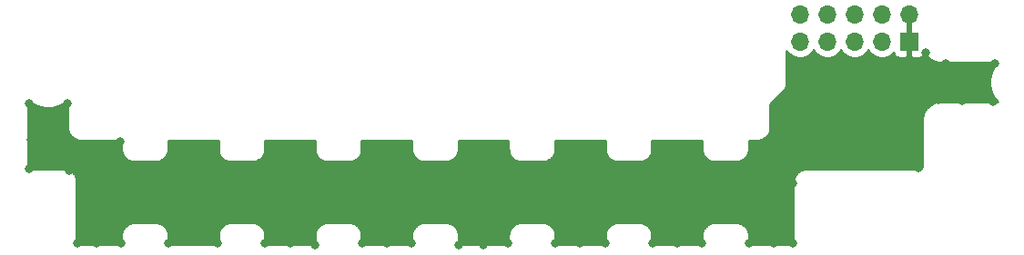
<source format=gbl>
G04 #@! TF.GenerationSoftware,KiCad,Pcbnew,(5.1.6-0-10_14)*
G04 #@! TF.CreationDate,2021-01-14T22:31:30+09:00*
G04 #@! TF.ProjectId,qPCR-photoarray-series,71504352-2d70-4686-9f74-6f6172726179,rev?*
G04 #@! TF.SameCoordinates,Original*
G04 #@! TF.FileFunction,Copper,L2,Bot*
G04 #@! TF.FilePolarity,Positive*
%FSLAX46Y46*%
G04 Gerber Fmt 4.6, Leading zero omitted, Abs format (unit mm)*
G04 Created by KiCad (PCBNEW (5.1.6-0-10_14)) date 2021-01-14 22:31:30*
%MOMM*%
%LPD*%
G01*
G04 APERTURE LIST*
G04 #@! TA.AperFunction,ComponentPad*
%ADD10O,1.700000X1.700000*%
G04 #@! TD*
G04 #@! TA.AperFunction,ComponentPad*
%ADD11R,1.700000X1.700000*%
G04 #@! TD*
G04 #@! TA.AperFunction,ViaPad*
%ADD12C,0.800000*%
G04 #@! TD*
G04 #@! TA.AperFunction,Conductor*
%ADD13C,0.250000*%
G04 #@! TD*
G04 #@! TA.AperFunction,Conductor*
%ADD14C,0.254000*%
G04 #@! TD*
G04 APERTURE END LIST*
D10*
G04 #@! TO.P,U1,10*
G04 #@! TO.N,OUT1*
X182935000Y-89460000D03*
G04 #@! TO.P,U1,9*
G04 #@! TO.N,OUT2*
X182935000Y-92000000D03*
G04 #@! TO.P,U1,8*
G04 #@! TO.N,OUT3*
X185475000Y-89460000D03*
G04 #@! TO.P,U1,7*
G04 #@! TO.N,OUT4*
X185475000Y-92000000D03*
G04 #@! TO.P,U1,6*
G04 #@! TO.N,OUT5*
X188015000Y-89460000D03*
G04 #@! TO.P,U1,5*
G04 #@! TO.N,OUT6*
X188015000Y-92000000D03*
G04 #@! TO.P,U1,4*
G04 #@! TO.N,OUT7*
X190555000Y-89460000D03*
G04 #@! TO.P,U1,3*
G04 #@! TO.N,OUT8*
X190555000Y-92000000D03*
G04 #@! TO.P,U1,2*
G04 #@! TO.N,GND*
X193095000Y-89460000D03*
D11*
G04 #@! TO.P,U1,1*
X193095000Y-92000000D03*
G04 #@! TD*
D12*
G04 #@! TO.N,GND*
X111200000Y-97700000D03*
X194500000Y-97000000D03*
X195800000Y-97400000D03*
X194600000Y-93000000D03*
X201100000Y-94000000D03*
X198200000Y-95500000D03*
X196500000Y-94000000D03*
X200000000Y-95000000D03*
X114800000Y-97700000D03*
X111400000Y-101100000D03*
X111200000Y-103800000D03*
X119700000Y-101300000D03*
X115000000Y-101000000D03*
X115000000Y-104000000D03*
X119500000Y-104000000D03*
X124500000Y-104000000D03*
X122000000Y-108500000D03*
X117500000Y-110800000D03*
X135500000Y-110800000D03*
X144500000Y-110800000D03*
X153500000Y-110900000D03*
X162500000Y-110800000D03*
X171500000Y-110800000D03*
X180500000Y-110800000D03*
X182300000Y-110800000D03*
X178200000Y-110800000D03*
X173800000Y-110800000D03*
X169200000Y-110800000D03*
X164800000Y-110800000D03*
X160200000Y-110800000D03*
X155800000Y-110800000D03*
X151200000Y-110900000D03*
X146800000Y-110800000D03*
X142200000Y-110800000D03*
X137800000Y-110900000D03*
X133200000Y-110800000D03*
X128800000Y-110800000D03*
X124200000Y-110800000D03*
X119800000Y-110800000D03*
X115700000Y-110800000D03*
X122000000Y-106000000D03*
X131000000Y-106000000D03*
X131000000Y-108500000D03*
X128500000Y-104500000D03*
X133500000Y-104500000D03*
X140000000Y-108500000D03*
X140000000Y-106000000D03*
X142500000Y-105000000D03*
X137500000Y-105000000D03*
X149000000Y-108500000D03*
X149000000Y-106500000D03*
X147500000Y-105980000D03*
X150260000Y-105840000D03*
X158000000Y-108500000D03*
X158000000Y-106500000D03*
X156430000Y-106130000D03*
X159800000Y-106000000D03*
X176000000Y-108500000D03*
X174000000Y-107500000D03*
X177700000Y-106700000D03*
X190000000Y-103500000D03*
X192000000Y-98000000D03*
X191000000Y-96000000D03*
X193000000Y-95500000D03*
X200900000Y-97600000D03*
X198000000Y-97500000D03*
X113000000Y-103000000D03*
X113000000Y-99000000D03*
X116300000Y-102700000D03*
X167000000Y-108500000D03*
X168600000Y-106500000D03*
X167100000Y-106400000D03*
X194000000Y-103700000D03*
X182270000Y-105210000D03*
X186170000Y-95550000D03*
X183870000Y-99300000D03*
X185460000Y-97210000D03*
X182290000Y-103500000D03*
X184060000Y-101800000D03*
X185160000Y-103250000D03*
X186050000Y-100480000D03*
X187920000Y-97820000D03*
X188880000Y-95070000D03*
X191150000Y-94000000D03*
X189710000Y-96810000D03*
X188360000Y-99900000D03*
X187720000Y-102240000D03*
X191340000Y-99820000D03*
X191520000Y-102240000D03*
X193810000Y-100870000D03*
G04 #@! TD*
D13*
G04 #@! TO.N,GND*
X119500000Y-104000000D02*
X118500000Y-105000000D01*
X118500000Y-105000000D02*
X117500000Y-104000000D01*
X116500000Y-103000000D02*
X116500000Y-104000000D01*
X116500000Y-104000000D02*
X115000000Y-104000000D01*
X117500000Y-104000000D02*
X116500000Y-104000000D01*
G04 #@! TO.N,OUT4*
X185475000Y-92635358D02*
X185475000Y-92000000D01*
X184936410Y-92000000D02*
X185475000Y-92000000D01*
G04 #@! TO.N,OUT8*
X190536410Y-92000000D02*
X190555000Y-92000000D01*
G04 #@! TO.N,OUT6*
X187500000Y-92000000D02*
X188015000Y-92000000D01*
G04 #@! TD*
D14*
G04 #@! TO.N,GND*
G36*
X193222000Y-89333000D02*
G01*
X193242000Y-89333000D01*
X193242000Y-89587000D01*
X193222000Y-89587000D01*
X193222000Y-91873000D01*
X193242000Y-91873000D01*
X193242000Y-92127000D01*
X193222000Y-92127000D01*
X193222000Y-93326250D01*
X193380750Y-93485000D01*
X193945000Y-93488072D01*
X194069482Y-93475812D01*
X194189180Y-93439502D01*
X194299494Y-93380537D01*
X194396185Y-93301185D01*
X194475537Y-93204494D01*
X194534502Y-93094180D01*
X194542641Y-93067350D01*
X194568402Y-93114994D01*
X194603122Y-93166468D01*
X194637117Y-93218418D01*
X194643161Y-93225829D01*
X194767565Y-93376207D01*
X194811638Y-93419973D01*
X194855057Y-93464311D01*
X194862426Y-93470408D01*
X195013668Y-93593758D01*
X195065397Y-93628126D01*
X195116608Y-93663191D01*
X195125016Y-93667737D01*
X195125020Y-93667740D01*
X195125024Y-93667742D01*
X195297343Y-93759366D01*
X195354739Y-93783022D01*
X195411807Y-93807482D01*
X195420944Y-93810310D01*
X195607780Y-93866719D01*
X195668690Y-93878780D01*
X195729409Y-93891686D01*
X195738921Y-93892686D01*
X195933155Y-93911731D01*
X195933163Y-93911731D01*
X195966353Y-93915000D01*
X201359823Y-93915000D01*
X201102259Y-94172564D01*
X200834883Y-94572721D01*
X200650711Y-95017351D01*
X200556821Y-95489368D01*
X200556821Y-95970632D01*
X200650711Y-96442649D01*
X200834883Y-96887279D01*
X201102259Y-97287436D01*
X201359823Y-97545000D01*
X195966353Y-97545000D01*
X195937045Y-97547887D01*
X195930933Y-97547844D01*
X195921415Y-97548777D01*
X195727318Y-97569178D01*
X195666504Y-97581661D01*
X195605519Y-97593295D01*
X195596363Y-97596059D01*
X195409925Y-97653771D01*
X195352692Y-97677830D01*
X195295127Y-97701087D01*
X195286682Y-97705577D01*
X195115006Y-97798402D01*
X195063532Y-97833122D01*
X195011582Y-97867117D01*
X195004170Y-97873162D01*
X194853793Y-97997565D01*
X194810027Y-98041638D01*
X194765689Y-98085057D01*
X194759592Y-98092426D01*
X194636242Y-98243668D01*
X194601881Y-98295386D01*
X194566809Y-98346607D01*
X194562260Y-98355020D01*
X194470635Y-98527343D01*
X194446978Y-98584739D01*
X194422519Y-98641807D01*
X194419690Y-98650943D01*
X194363281Y-98837780D01*
X194351219Y-98898698D01*
X194338314Y-98959410D01*
X194337314Y-98968922D01*
X194318269Y-99163155D01*
X194318269Y-99163173D01*
X194315001Y-99196353D01*
X194315000Y-103466495D01*
X194305778Y-103560546D01*
X194288194Y-103618787D01*
X194259635Y-103672500D01*
X194221183Y-103719646D01*
X194174310Y-103758423D01*
X194120796Y-103787358D01*
X194062677Y-103805349D01*
X193970855Y-103815000D01*
X183466353Y-103815000D01*
X183437399Y-103817852D01*
X183434427Y-103817831D01*
X183424909Y-103818764D01*
X183376790Y-103823821D01*
X183365717Y-103824912D01*
X183365348Y-103825024D01*
X183327860Y-103828964D01*
X183267017Y-103841453D01*
X183206058Y-103853082D01*
X183196902Y-103855846D01*
X183103683Y-103884702D01*
X183046434Y-103908768D01*
X182988881Y-103932021D01*
X182980436Y-103936511D01*
X182894598Y-103982923D01*
X182843115Y-104017650D01*
X182791179Y-104051636D01*
X182783767Y-104057680D01*
X182708579Y-104119882D01*
X182664818Y-104163949D01*
X182620478Y-104207370D01*
X182614381Y-104214739D01*
X182552706Y-104290360D01*
X182518368Y-104342041D01*
X182483267Y-104393306D01*
X182478718Y-104401719D01*
X182432906Y-104487880D01*
X182409242Y-104545296D01*
X182384792Y-104602339D01*
X182381964Y-104611475D01*
X182353759Y-104704893D01*
X182341698Y-104765805D01*
X182328791Y-104826529D01*
X182327791Y-104836041D01*
X182318269Y-104933159D01*
X182318269Y-104933173D01*
X182315001Y-104966353D01*
X182315000Y-110815000D01*
X178185000Y-110815000D01*
X178185000Y-109966353D01*
X178182148Y-109937399D01*
X178182169Y-109934427D01*
X178181236Y-109924909D01*
X178176179Y-109876790D01*
X178175088Y-109865717D01*
X178174976Y-109865348D01*
X178171036Y-109827860D01*
X178158547Y-109767017D01*
X178146918Y-109706058D01*
X178144154Y-109696902D01*
X178115298Y-109603683D01*
X178091232Y-109546434D01*
X178067979Y-109488881D01*
X178063489Y-109480436D01*
X178017077Y-109394598D01*
X177982350Y-109343115D01*
X177948364Y-109291179D01*
X177942320Y-109283767D01*
X177880118Y-109208579D01*
X177836051Y-109164818D01*
X177792630Y-109120478D01*
X177785261Y-109114381D01*
X177709640Y-109052706D01*
X177657959Y-109018368D01*
X177606694Y-108983267D01*
X177598281Y-108978718D01*
X177512120Y-108932906D01*
X177454704Y-108909242D01*
X177397661Y-108884792D01*
X177388525Y-108881964D01*
X177295107Y-108853759D01*
X177234195Y-108841698D01*
X177173471Y-108828791D01*
X177163959Y-108827791D01*
X177066841Y-108818269D01*
X177066837Y-108818269D01*
X177033647Y-108815000D01*
X174966353Y-108815000D01*
X174937399Y-108817852D01*
X174934427Y-108817831D01*
X174924909Y-108818764D01*
X174876790Y-108823821D01*
X174865717Y-108824912D01*
X174865348Y-108825024D01*
X174827860Y-108828964D01*
X174767017Y-108841453D01*
X174706058Y-108853082D01*
X174696902Y-108855846D01*
X174603683Y-108884702D01*
X174546434Y-108908768D01*
X174488881Y-108932021D01*
X174480436Y-108936511D01*
X174394598Y-108982923D01*
X174343115Y-109017650D01*
X174291179Y-109051636D01*
X174283767Y-109057680D01*
X174208579Y-109119882D01*
X174164818Y-109163949D01*
X174120478Y-109207370D01*
X174114381Y-109214739D01*
X174052706Y-109290360D01*
X174018368Y-109342041D01*
X173983267Y-109393306D01*
X173978718Y-109401719D01*
X173932906Y-109487880D01*
X173909242Y-109545296D01*
X173884792Y-109602339D01*
X173881964Y-109611475D01*
X173853759Y-109704893D01*
X173841698Y-109765805D01*
X173828791Y-109826529D01*
X173827791Y-109836041D01*
X173818269Y-109933159D01*
X173818269Y-109933173D01*
X173815001Y-109966353D01*
X173815000Y-110815000D01*
X169185000Y-110815000D01*
X169185000Y-109966353D01*
X169182148Y-109937399D01*
X169182169Y-109934427D01*
X169181236Y-109924909D01*
X169176179Y-109876790D01*
X169175088Y-109865717D01*
X169174976Y-109865348D01*
X169171036Y-109827860D01*
X169158547Y-109767017D01*
X169146918Y-109706058D01*
X169144154Y-109696902D01*
X169115298Y-109603683D01*
X169091232Y-109546434D01*
X169067979Y-109488881D01*
X169063489Y-109480436D01*
X169017077Y-109394598D01*
X168982350Y-109343115D01*
X168948364Y-109291179D01*
X168942320Y-109283767D01*
X168880118Y-109208579D01*
X168836051Y-109164818D01*
X168792630Y-109120478D01*
X168785261Y-109114381D01*
X168709640Y-109052706D01*
X168657959Y-109018368D01*
X168606694Y-108983267D01*
X168598281Y-108978718D01*
X168512120Y-108932906D01*
X168454704Y-108909242D01*
X168397661Y-108884792D01*
X168388525Y-108881964D01*
X168295107Y-108853759D01*
X168234195Y-108841698D01*
X168173471Y-108828791D01*
X168163959Y-108827791D01*
X168066841Y-108818269D01*
X168066837Y-108818269D01*
X168033647Y-108815000D01*
X165966353Y-108815000D01*
X165937399Y-108817852D01*
X165934427Y-108817831D01*
X165924909Y-108818764D01*
X165876790Y-108823821D01*
X165865717Y-108824912D01*
X165865348Y-108825024D01*
X165827860Y-108828964D01*
X165767017Y-108841453D01*
X165706058Y-108853082D01*
X165696902Y-108855846D01*
X165603683Y-108884702D01*
X165546434Y-108908768D01*
X165488881Y-108932021D01*
X165480436Y-108936511D01*
X165394598Y-108982923D01*
X165343115Y-109017650D01*
X165291179Y-109051636D01*
X165283767Y-109057680D01*
X165208579Y-109119882D01*
X165164818Y-109163949D01*
X165120478Y-109207370D01*
X165114381Y-109214739D01*
X165052706Y-109290360D01*
X165018368Y-109342041D01*
X164983267Y-109393306D01*
X164978718Y-109401719D01*
X164932906Y-109487880D01*
X164909242Y-109545296D01*
X164884792Y-109602339D01*
X164881964Y-109611475D01*
X164853759Y-109704893D01*
X164841698Y-109765805D01*
X164828791Y-109826529D01*
X164827791Y-109836041D01*
X164818269Y-109933159D01*
X164818269Y-109933173D01*
X164815001Y-109966353D01*
X164815000Y-110815000D01*
X160185000Y-110815000D01*
X160185000Y-109966353D01*
X160182148Y-109937399D01*
X160182169Y-109934427D01*
X160181236Y-109924909D01*
X160176179Y-109876790D01*
X160175088Y-109865717D01*
X160174976Y-109865348D01*
X160171036Y-109827860D01*
X160158547Y-109767017D01*
X160146918Y-109706058D01*
X160144154Y-109696902D01*
X160115298Y-109603683D01*
X160091232Y-109546434D01*
X160067979Y-109488881D01*
X160063489Y-109480436D01*
X160017077Y-109394598D01*
X159982350Y-109343115D01*
X159948364Y-109291179D01*
X159942320Y-109283767D01*
X159880118Y-109208579D01*
X159836051Y-109164818D01*
X159792630Y-109120478D01*
X159785261Y-109114381D01*
X159709640Y-109052706D01*
X159657959Y-109018368D01*
X159606694Y-108983267D01*
X159598281Y-108978718D01*
X159512120Y-108932906D01*
X159454704Y-108909242D01*
X159397661Y-108884792D01*
X159388525Y-108881964D01*
X159295107Y-108853759D01*
X159234195Y-108841698D01*
X159173471Y-108828791D01*
X159163959Y-108827791D01*
X159066841Y-108818269D01*
X159066837Y-108818269D01*
X159033647Y-108815000D01*
X156966353Y-108815000D01*
X156937399Y-108817852D01*
X156934427Y-108817831D01*
X156924909Y-108818764D01*
X156876790Y-108823821D01*
X156865717Y-108824912D01*
X156865348Y-108825024D01*
X156827860Y-108828964D01*
X156767017Y-108841453D01*
X156706058Y-108853082D01*
X156696902Y-108855846D01*
X156603683Y-108884702D01*
X156546434Y-108908768D01*
X156488881Y-108932021D01*
X156480436Y-108936511D01*
X156394598Y-108982923D01*
X156343115Y-109017650D01*
X156291179Y-109051636D01*
X156283767Y-109057680D01*
X156208579Y-109119882D01*
X156164818Y-109163949D01*
X156120478Y-109207370D01*
X156114381Y-109214739D01*
X156052706Y-109290360D01*
X156018368Y-109342041D01*
X155983267Y-109393306D01*
X155978718Y-109401719D01*
X155932906Y-109487880D01*
X155909242Y-109545296D01*
X155884792Y-109602339D01*
X155881964Y-109611475D01*
X155853759Y-109704893D01*
X155841698Y-109765805D01*
X155828791Y-109826529D01*
X155827791Y-109836041D01*
X155818269Y-109933159D01*
X155818269Y-109933173D01*
X155815001Y-109966353D01*
X155815000Y-110815000D01*
X151185000Y-110815000D01*
X151185000Y-109966353D01*
X151182148Y-109937399D01*
X151182169Y-109934427D01*
X151181236Y-109924909D01*
X151176179Y-109876790D01*
X151175088Y-109865717D01*
X151174976Y-109865348D01*
X151171036Y-109827860D01*
X151158547Y-109767017D01*
X151146918Y-109706058D01*
X151144154Y-109696902D01*
X151115298Y-109603683D01*
X151091232Y-109546434D01*
X151067979Y-109488881D01*
X151063489Y-109480436D01*
X151017077Y-109394598D01*
X150982350Y-109343115D01*
X150948364Y-109291179D01*
X150942320Y-109283767D01*
X150880118Y-109208579D01*
X150836051Y-109164818D01*
X150792630Y-109120478D01*
X150785261Y-109114381D01*
X150709640Y-109052706D01*
X150657959Y-109018368D01*
X150606694Y-108983267D01*
X150598281Y-108978718D01*
X150512120Y-108932906D01*
X150454704Y-108909242D01*
X150397661Y-108884792D01*
X150388525Y-108881964D01*
X150295107Y-108853759D01*
X150234195Y-108841698D01*
X150173471Y-108828791D01*
X150163959Y-108827791D01*
X150066841Y-108818269D01*
X150066837Y-108818269D01*
X150033647Y-108815000D01*
X147966353Y-108815000D01*
X147937399Y-108817852D01*
X147934427Y-108817831D01*
X147924909Y-108818764D01*
X147876790Y-108823821D01*
X147865717Y-108824912D01*
X147865348Y-108825024D01*
X147827860Y-108828964D01*
X147767017Y-108841453D01*
X147706058Y-108853082D01*
X147696902Y-108855846D01*
X147603683Y-108884702D01*
X147546434Y-108908768D01*
X147488881Y-108932021D01*
X147480436Y-108936511D01*
X147394598Y-108982923D01*
X147343115Y-109017650D01*
X147291179Y-109051636D01*
X147283767Y-109057680D01*
X147208579Y-109119882D01*
X147164818Y-109163949D01*
X147120478Y-109207370D01*
X147114381Y-109214739D01*
X147052706Y-109290360D01*
X147018368Y-109342041D01*
X146983267Y-109393306D01*
X146978718Y-109401719D01*
X146932906Y-109487880D01*
X146909242Y-109545296D01*
X146884792Y-109602339D01*
X146881964Y-109611475D01*
X146853759Y-109704893D01*
X146841698Y-109765805D01*
X146828791Y-109826529D01*
X146827791Y-109836041D01*
X146818269Y-109933159D01*
X146818269Y-109933173D01*
X146815001Y-109966353D01*
X146815000Y-110815000D01*
X142185000Y-110815000D01*
X142185000Y-109966353D01*
X142182148Y-109937399D01*
X142182169Y-109934427D01*
X142181236Y-109924909D01*
X142176179Y-109876790D01*
X142175088Y-109865717D01*
X142174976Y-109865348D01*
X142171036Y-109827860D01*
X142158547Y-109767017D01*
X142146918Y-109706058D01*
X142144154Y-109696902D01*
X142115298Y-109603683D01*
X142091232Y-109546434D01*
X142067979Y-109488881D01*
X142063489Y-109480436D01*
X142017077Y-109394598D01*
X141982350Y-109343115D01*
X141948364Y-109291179D01*
X141942320Y-109283767D01*
X141880118Y-109208579D01*
X141836051Y-109164818D01*
X141792630Y-109120478D01*
X141785261Y-109114381D01*
X141709640Y-109052706D01*
X141657959Y-109018368D01*
X141606694Y-108983267D01*
X141598281Y-108978718D01*
X141512120Y-108932906D01*
X141454704Y-108909242D01*
X141397661Y-108884792D01*
X141388525Y-108881964D01*
X141295107Y-108853759D01*
X141234195Y-108841698D01*
X141173471Y-108828791D01*
X141163959Y-108827791D01*
X141066841Y-108818269D01*
X141066837Y-108818269D01*
X141033647Y-108815000D01*
X138966353Y-108815000D01*
X138937399Y-108817852D01*
X138934427Y-108817831D01*
X138924909Y-108818764D01*
X138876790Y-108823821D01*
X138865717Y-108824912D01*
X138865348Y-108825024D01*
X138827860Y-108828964D01*
X138767017Y-108841453D01*
X138706058Y-108853082D01*
X138696902Y-108855846D01*
X138603683Y-108884702D01*
X138546434Y-108908768D01*
X138488881Y-108932021D01*
X138480436Y-108936511D01*
X138394598Y-108982923D01*
X138343115Y-109017650D01*
X138291179Y-109051636D01*
X138283767Y-109057680D01*
X138208579Y-109119882D01*
X138164818Y-109163949D01*
X138120478Y-109207370D01*
X138114381Y-109214739D01*
X138052706Y-109290360D01*
X138018368Y-109342041D01*
X137983267Y-109393306D01*
X137978718Y-109401719D01*
X137932906Y-109487880D01*
X137909242Y-109545296D01*
X137884792Y-109602339D01*
X137881964Y-109611475D01*
X137853759Y-109704893D01*
X137841698Y-109765805D01*
X137828791Y-109826529D01*
X137827791Y-109836041D01*
X137818269Y-109933159D01*
X137818269Y-109933173D01*
X137815001Y-109966353D01*
X137815000Y-110815000D01*
X133185000Y-110815000D01*
X133185000Y-109966353D01*
X133182148Y-109937399D01*
X133182169Y-109934427D01*
X133181236Y-109924909D01*
X133176179Y-109876790D01*
X133175088Y-109865717D01*
X133174976Y-109865348D01*
X133171036Y-109827860D01*
X133158547Y-109767017D01*
X133146918Y-109706058D01*
X133144154Y-109696902D01*
X133115298Y-109603683D01*
X133091232Y-109546434D01*
X133067979Y-109488881D01*
X133063489Y-109480436D01*
X133017077Y-109394598D01*
X132982350Y-109343115D01*
X132948364Y-109291179D01*
X132942320Y-109283767D01*
X132880118Y-109208579D01*
X132836051Y-109164818D01*
X132792630Y-109120478D01*
X132785261Y-109114381D01*
X132709640Y-109052706D01*
X132657959Y-109018368D01*
X132606694Y-108983267D01*
X132598281Y-108978718D01*
X132512120Y-108932906D01*
X132454704Y-108909242D01*
X132397661Y-108884792D01*
X132388525Y-108881964D01*
X132295107Y-108853759D01*
X132234195Y-108841698D01*
X132173471Y-108828791D01*
X132163959Y-108827791D01*
X132066841Y-108818269D01*
X132066837Y-108818269D01*
X132033647Y-108815000D01*
X129966353Y-108815000D01*
X129937399Y-108817852D01*
X129934427Y-108817831D01*
X129924909Y-108818764D01*
X129876790Y-108823821D01*
X129865717Y-108824912D01*
X129865348Y-108825024D01*
X129827860Y-108828964D01*
X129767017Y-108841453D01*
X129706058Y-108853082D01*
X129696902Y-108855846D01*
X129603683Y-108884702D01*
X129546434Y-108908768D01*
X129488881Y-108932021D01*
X129480436Y-108936511D01*
X129394598Y-108982923D01*
X129343115Y-109017650D01*
X129291179Y-109051636D01*
X129283767Y-109057680D01*
X129208579Y-109119882D01*
X129164818Y-109163949D01*
X129120478Y-109207370D01*
X129114381Y-109214739D01*
X129052706Y-109290360D01*
X129018368Y-109342041D01*
X128983267Y-109393306D01*
X128978718Y-109401719D01*
X128932906Y-109487880D01*
X128909242Y-109545296D01*
X128884792Y-109602339D01*
X128881964Y-109611475D01*
X128853759Y-109704893D01*
X128841698Y-109765805D01*
X128828791Y-109826529D01*
X128827791Y-109836041D01*
X128818269Y-109933159D01*
X128818269Y-109933173D01*
X128815001Y-109966353D01*
X128815000Y-110815000D01*
X124185000Y-110815000D01*
X124185000Y-109966353D01*
X124182148Y-109937399D01*
X124182169Y-109934427D01*
X124181236Y-109924909D01*
X124176179Y-109876790D01*
X124175088Y-109865717D01*
X124174976Y-109865348D01*
X124171036Y-109827860D01*
X124158547Y-109767017D01*
X124146918Y-109706058D01*
X124144154Y-109696902D01*
X124115298Y-109603683D01*
X124091232Y-109546434D01*
X124067979Y-109488881D01*
X124063489Y-109480436D01*
X124017077Y-109394598D01*
X123982350Y-109343115D01*
X123948364Y-109291179D01*
X123942320Y-109283767D01*
X123880118Y-109208579D01*
X123836051Y-109164818D01*
X123792630Y-109120478D01*
X123785261Y-109114381D01*
X123709640Y-109052706D01*
X123657959Y-109018368D01*
X123606694Y-108983267D01*
X123598281Y-108978718D01*
X123512120Y-108932906D01*
X123454704Y-108909242D01*
X123397661Y-108884792D01*
X123388525Y-108881964D01*
X123295107Y-108853759D01*
X123234195Y-108841698D01*
X123173471Y-108828791D01*
X123163959Y-108827791D01*
X123066841Y-108818269D01*
X123066837Y-108818269D01*
X123033647Y-108815000D01*
X120966353Y-108815000D01*
X120937399Y-108817852D01*
X120934427Y-108817831D01*
X120924909Y-108818764D01*
X120876790Y-108823821D01*
X120865717Y-108824912D01*
X120865348Y-108825024D01*
X120827860Y-108828964D01*
X120767017Y-108841453D01*
X120706058Y-108853082D01*
X120696902Y-108855846D01*
X120603683Y-108884702D01*
X120546434Y-108908768D01*
X120488881Y-108932021D01*
X120480436Y-108936511D01*
X120394598Y-108982923D01*
X120343115Y-109017650D01*
X120291179Y-109051636D01*
X120283767Y-109057680D01*
X120208579Y-109119882D01*
X120164818Y-109163949D01*
X120120478Y-109207370D01*
X120114381Y-109214739D01*
X120052706Y-109290360D01*
X120018368Y-109342041D01*
X119983267Y-109393306D01*
X119978718Y-109401719D01*
X119932906Y-109487880D01*
X119909242Y-109545296D01*
X119884792Y-109602339D01*
X119881964Y-109611475D01*
X119853759Y-109704893D01*
X119841698Y-109765805D01*
X119828791Y-109826529D01*
X119827791Y-109836041D01*
X119818269Y-109933159D01*
X119818269Y-109933173D01*
X119815001Y-109966353D01*
X119815000Y-110815000D01*
X115685000Y-110815000D01*
X115685000Y-104966353D01*
X115682148Y-104937399D01*
X115682169Y-104934427D01*
X115681236Y-104924909D01*
X115676179Y-104876790D01*
X115675088Y-104865717D01*
X115674976Y-104865348D01*
X115671036Y-104827860D01*
X115658547Y-104767017D01*
X115646918Y-104706058D01*
X115644154Y-104696902D01*
X115615298Y-104603683D01*
X115591226Y-104546419D01*
X115567979Y-104488881D01*
X115563489Y-104480436D01*
X115517077Y-104394598D01*
X115482350Y-104343115D01*
X115448364Y-104291179D01*
X115442320Y-104283767D01*
X115380118Y-104208579D01*
X115336051Y-104164818D01*
X115292630Y-104120478D01*
X115285261Y-104114381D01*
X115209640Y-104052706D01*
X115157959Y-104018368D01*
X115106694Y-103983267D01*
X115098281Y-103978718D01*
X115012120Y-103932906D01*
X114954704Y-103909242D01*
X114897661Y-103884792D01*
X114888525Y-103881964D01*
X114795107Y-103853759D01*
X114734195Y-103841698D01*
X114673471Y-103828791D01*
X114663959Y-103827791D01*
X114566841Y-103818269D01*
X114566837Y-103818269D01*
X114533647Y-103815000D01*
X111185000Y-103815000D01*
X111185000Y-97370177D01*
X111442564Y-97627741D01*
X111842721Y-97895117D01*
X112287351Y-98079289D01*
X112759368Y-98173179D01*
X113240632Y-98173179D01*
X113712649Y-98079289D01*
X114157279Y-97895117D01*
X114557436Y-97627741D01*
X114815000Y-97370177D01*
X114815000Y-100033646D01*
X114817852Y-100062600D01*
X114817831Y-100065573D01*
X114818764Y-100075092D01*
X114823824Y-100123233D01*
X114824912Y-100134282D01*
X114825024Y-100134650D01*
X114828964Y-100172140D01*
X114841455Y-100232990D01*
X114853082Y-100293942D01*
X114855845Y-100303096D01*
X114855847Y-100303102D01*
X114884702Y-100396317D01*
X114908754Y-100453533D01*
X114932020Y-100511119D01*
X114936510Y-100519564D01*
X114982923Y-100605401D01*
X115017638Y-100656867D01*
X115051636Y-100708821D01*
X115057680Y-100716232D01*
X115119882Y-100791421D01*
X115163930Y-100835162D01*
X115207369Y-100879522D01*
X115214739Y-100885618D01*
X115214744Y-100885623D01*
X115214750Y-100885627D01*
X115290360Y-100947294D01*
X115342041Y-100981632D01*
X115393306Y-101016733D01*
X115401719Y-101021282D01*
X115487880Y-101067094D01*
X115545296Y-101090758D01*
X115602339Y-101115208D01*
X115611475Y-101118036D01*
X115704893Y-101146241D01*
X115765813Y-101158303D01*
X115826530Y-101171209D01*
X115836042Y-101172209D01*
X115933159Y-101181731D01*
X115933163Y-101181731D01*
X115966353Y-101185000D01*
X119815000Y-101185000D01*
X119815001Y-102033647D01*
X119817852Y-102062591D01*
X119817831Y-102065573D01*
X119818764Y-102075092D01*
X119823838Y-102123369D01*
X119824913Y-102134283D01*
X119825023Y-102134647D01*
X119828964Y-102172140D01*
X119841455Y-102232990D01*
X119853082Y-102293942D01*
X119855845Y-102303096D01*
X119855847Y-102303102D01*
X119884702Y-102396317D01*
X119908754Y-102453533D01*
X119932020Y-102511119D01*
X119936510Y-102519564D01*
X119982923Y-102605401D01*
X120017638Y-102656867D01*
X120051636Y-102708821D01*
X120057680Y-102716232D01*
X120119882Y-102791421D01*
X120163930Y-102835162D01*
X120207369Y-102879522D01*
X120214739Y-102885618D01*
X120214744Y-102885623D01*
X120214750Y-102885627D01*
X120290360Y-102947294D01*
X120342041Y-102981632D01*
X120393306Y-103016733D01*
X120401719Y-103021282D01*
X120487880Y-103067094D01*
X120545296Y-103090758D01*
X120602339Y-103115208D01*
X120611475Y-103118036D01*
X120704893Y-103146241D01*
X120765813Y-103158303D01*
X120826530Y-103171209D01*
X120836042Y-103172209D01*
X120933159Y-103181731D01*
X120933163Y-103181731D01*
X120966353Y-103185000D01*
X123033647Y-103185000D01*
X123062601Y-103182148D01*
X123065573Y-103182169D01*
X123075092Y-103181236D01*
X123123218Y-103176178D01*
X123134283Y-103175088D01*
X123134652Y-103174976D01*
X123172140Y-103171036D01*
X123232990Y-103158545D01*
X123293942Y-103146918D01*
X123303096Y-103144155D01*
X123303102Y-103144153D01*
X123396317Y-103115298D01*
X123453533Y-103091246D01*
X123511119Y-103067980D01*
X123519564Y-103063490D01*
X123605401Y-103017077D01*
X123656867Y-102982362D01*
X123708821Y-102948364D01*
X123716232Y-102942320D01*
X123791421Y-102880118D01*
X123835162Y-102836070D01*
X123879522Y-102792631D01*
X123885618Y-102785261D01*
X123885623Y-102785256D01*
X123885627Y-102785250D01*
X123947294Y-102709640D01*
X123981632Y-102657959D01*
X124016733Y-102606694D01*
X124021282Y-102598281D01*
X124067094Y-102512120D01*
X124090758Y-102454704D01*
X124115208Y-102397661D01*
X124118036Y-102388525D01*
X124146241Y-102295107D01*
X124158303Y-102234187D01*
X124171209Y-102173470D01*
X124172209Y-102163958D01*
X124181731Y-102066841D01*
X124181731Y-102066837D01*
X124185000Y-102033647D01*
X124185000Y-101185000D01*
X128815000Y-101185000D01*
X128815001Y-102033647D01*
X128817852Y-102062591D01*
X128817831Y-102065573D01*
X128818764Y-102075092D01*
X128823838Y-102123369D01*
X128824913Y-102134283D01*
X128825023Y-102134647D01*
X128828964Y-102172140D01*
X128841455Y-102232990D01*
X128853082Y-102293942D01*
X128855845Y-102303096D01*
X128855847Y-102303102D01*
X128884702Y-102396317D01*
X128908754Y-102453533D01*
X128932020Y-102511119D01*
X128936510Y-102519564D01*
X128982923Y-102605401D01*
X129017638Y-102656867D01*
X129051636Y-102708821D01*
X129057680Y-102716232D01*
X129119882Y-102791421D01*
X129163930Y-102835162D01*
X129207369Y-102879522D01*
X129214739Y-102885618D01*
X129214744Y-102885623D01*
X129214750Y-102885627D01*
X129290360Y-102947294D01*
X129342041Y-102981632D01*
X129393306Y-103016733D01*
X129401719Y-103021282D01*
X129487880Y-103067094D01*
X129545296Y-103090758D01*
X129602339Y-103115208D01*
X129611475Y-103118036D01*
X129704893Y-103146241D01*
X129765813Y-103158303D01*
X129826530Y-103171209D01*
X129836042Y-103172209D01*
X129933159Y-103181731D01*
X129933163Y-103181731D01*
X129966353Y-103185000D01*
X132033647Y-103185000D01*
X132062601Y-103182148D01*
X132065573Y-103182169D01*
X132075092Y-103181236D01*
X132123218Y-103176178D01*
X132134283Y-103175088D01*
X132134652Y-103174976D01*
X132172140Y-103171036D01*
X132232990Y-103158545D01*
X132293942Y-103146918D01*
X132303096Y-103144155D01*
X132303102Y-103144153D01*
X132396317Y-103115298D01*
X132453533Y-103091246D01*
X132511119Y-103067980D01*
X132519564Y-103063490D01*
X132605401Y-103017077D01*
X132656867Y-102982362D01*
X132708821Y-102948364D01*
X132716232Y-102942320D01*
X132791421Y-102880118D01*
X132835162Y-102836070D01*
X132879522Y-102792631D01*
X132885618Y-102785261D01*
X132885623Y-102785256D01*
X132885627Y-102785250D01*
X132947294Y-102709640D01*
X132981632Y-102657959D01*
X133016733Y-102606694D01*
X133021282Y-102598281D01*
X133067094Y-102512120D01*
X133090758Y-102454704D01*
X133115208Y-102397661D01*
X133118036Y-102388525D01*
X133146241Y-102295107D01*
X133158303Y-102234187D01*
X133171209Y-102173470D01*
X133172209Y-102163958D01*
X133181731Y-102066841D01*
X133181731Y-102066837D01*
X133185000Y-102033647D01*
X133185000Y-101185000D01*
X137815000Y-101185000D01*
X137815001Y-102033647D01*
X137817852Y-102062591D01*
X137817831Y-102065573D01*
X137818764Y-102075092D01*
X137823838Y-102123369D01*
X137824913Y-102134283D01*
X137825023Y-102134647D01*
X137828964Y-102172140D01*
X137841455Y-102232990D01*
X137853082Y-102293942D01*
X137855845Y-102303096D01*
X137855847Y-102303102D01*
X137884702Y-102396317D01*
X137908754Y-102453533D01*
X137932020Y-102511119D01*
X137936510Y-102519564D01*
X137982923Y-102605401D01*
X138017638Y-102656867D01*
X138051636Y-102708821D01*
X138057680Y-102716232D01*
X138119882Y-102791421D01*
X138163930Y-102835162D01*
X138207369Y-102879522D01*
X138214739Y-102885618D01*
X138214744Y-102885623D01*
X138214750Y-102885627D01*
X138290360Y-102947294D01*
X138342041Y-102981632D01*
X138393306Y-103016733D01*
X138401719Y-103021282D01*
X138487880Y-103067094D01*
X138545296Y-103090758D01*
X138602339Y-103115208D01*
X138611475Y-103118036D01*
X138704893Y-103146241D01*
X138765813Y-103158303D01*
X138826530Y-103171209D01*
X138836042Y-103172209D01*
X138933159Y-103181731D01*
X138933163Y-103181731D01*
X138966353Y-103185000D01*
X141033647Y-103185000D01*
X141062601Y-103182148D01*
X141065573Y-103182169D01*
X141075092Y-103181236D01*
X141123218Y-103176178D01*
X141134283Y-103175088D01*
X141134652Y-103174976D01*
X141172140Y-103171036D01*
X141232990Y-103158545D01*
X141293942Y-103146918D01*
X141303096Y-103144155D01*
X141303102Y-103144153D01*
X141396317Y-103115298D01*
X141453533Y-103091246D01*
X141511119Y-103067980D01*
X141519564Y-103063490D01*
X141605401Y-103017077D01*
X141656867Y-102982362D01*
X141708821Y-102948364D01*
X141716232Y-102942320D01*
X141791421Y-102880118D01*
X141835162Y-102836070D01*
X141879522Y-102792631D01*
X141885618Y-102785261D01*
X141885623Y-102785256D01*
X141885627Y-102785250D01*
X141947294Y-102709640D01*
X141981632Y-102657959D01*
X142016733Y-102606694D01*
X142021282Y-102598281D01*
X142067094Y-102512120D01*
X142090758Y-102454704D01*
X142115208Y-102397661D01*
X142118036Y-102388525D01*
X142146241Y-102295107D01*
X142158303Y-102234187D01*
X142171209Y-102173470D01*
X142172209Y-102163958D01*
X142181731Y-102066841D01*
X142181731Y-102066837D01*
X142185000Y-102033647D01*
X142185000Y-101185000D01*
X146815000Y-101185000D01*
X146815001Y-102033647D01*
X146817852Y-102062591D01*
X146817831Y-102065573D01*
X146818764Y-102075092D01*
X146823838Y-102123369D01*
X146824913Y-102134283D01*
X146825023Y-102134647D01*
X146828964Y-102172140D01*
X146841455Y-102232990D01*
X146853082Y-102293942D01*
X146855845Y-102303096D01*
X146855847Y-102303102D01*
X146884702Y-102396317D01*
X146908754Y-102453533D01*
X146932020Y-102511119D01*
X146936510Y-102519564D01*
X146982923Y-102605401D01*
X147017638Y-102656867D01*
X147051636Y-102708821D01*
X147057680Y-102716232D01*
X147119882Y-102791421D01*
X147163930Y-102835162D01*
X147207369Y-102879522D01*
X147214739Y-102885618D01*
X147214744Y-102885623D01*
X147214750Y-102885627D01*
X147290360Y-102947294D01*
X147342041Y-102981632D01*
X147393306Y-103016733D01*
X147401719Y-103021282D01*
X147487880Y-103067094D01*
X147545296Y-103090758D01*
X147602339Y-103115208D01*
X147611475Y-103118036D01*
X147704893Y-103146241D01*
X147765813Y-103158303D01*
X147826530Y-103171209D01*
X147836042Y-103172209D01*
X147933159Y-103181731D01*
X147933163Y-103181731D01*
X147966353Y-103185000D01*
X150033647Y-103185000D01*
X150062601Y-103182148D01*
X150065573Y-103182169D01*
X150075092Y-103181236D01*
X150123218Y-103176178D01*
X150134283Y-103175088D01*
X150134652Y-103174976D01*
X150172140Y-103171036D01*
X150232990Y-103158545D01*
X150293942Y-103146918D01*
X150303096Y-103144155D01*
X150303102Y-103144153D01*
X150396317Y-103115298D01*
X150453533Y-103091246D01*
X150511119Y-103067980D01*
X150519564Y-103063490D01*
X150605401Y-103017077D01*
X150656867Y-102982362D01*
X150708821Y-102948364D01*
X150716232Y-102942320D01*
X150791421Y-102880118D01*
X150835162Y-102836070D01*
X150879522Y-102792631D01*
X150885618Y-102785261D01*
X150885623Y-102785256D01*
X150885627Y-102785250D01*
X150947294Y-102709640D01*
X150981632Y-102657959D01*
X151016733Y-102606694D01*
X151021282Y-102598281D01*
X151067094Y-102512120D01*
X151090758Y-102454704D01*
X151115208Y-102397661D01*
X151118036Y-102388525D01*
X151146241Y-102295107D01*
X151158303Y-102234187D01*
X151171209Y-102173470D01*
X151172209Y-102163958D01*
X151181731Y-102066841D01*
X151181731Y-102066837D01*
X151185000Y-102033647D01*
X151185000Y-101185000D01*
X155815000Y-101185000D01*
X155815001Y-102033647D01*
X155817852Y-102062591D01*
X155817831Y-102065573D01*
X155818764Y-102075092D01*
X155823838Y-102123369D01*
X155824913Y-102134283D01*
X155825023Y-102134647D01*
X155828964Y-102172140D01*
X155841455Y-102232990D01*
X155853082Y-102293942D01*
X155855845Y-102303096D01*
X155855847Y-102303102D01*
X155884702Y-102396317D01*
X155908754Y-102453533D01*
X155932020Y-102511119D01*
X155936510Y-102519564D01*
X155982923Y-102605401D01*
X156017638Y-102656867D01*
X156051636Y-102708821D01*
X156057680Y-102716232D01*
X156119882Y-102791421D01*
X156163930Y-102835162D01*
X156207369Y-102879522D01*
X156214739Y-102885618D01*
X156214744Y-102885623D01*
X156214750Y-102885627D01*
X156290360Y-102947294D01*
X156342041Y-102981632D01*
X156393306Y-103016733D01*
X156401719Y-103021282D01*
X156487880Y-103067094D01*
X156545296Y-103090758D01*
X156602339Y-103115208D01*
X156611475Y-103118036D01*
X156704893Y-103146241D01*
X156765813Y-103158303D01*
X156826530Y-103171209D01*
X156836042Y-103172209D01*
X156933159Y-103181731D01*
X156933163Y-103181731D01*
X156966353Y-103185000D01*
X159033647Y-103185000D01*
X159062601Y-103182148D01*
X159065573Y-103182169D01*
X159075092Y-103181236D01*
X159123218Y-103176178D01*
X159134283Y-103175088D01*
X159134652Y-103174976D01*
X159172140Y-103171036D01*
X159232990Y-103158545D01*
X159293942Y-103146918D01*
X159303096Y-103144155D01*
X159303102Y-103144153D01*
X159396317Y-103115298D01*
X159453533Y-103091246D01*
X159511119Y-103067980D01*
X159519564Y-103063490D01*
X159605401Y-103017077D01*
X159656867Y-102982362D01*
X159708821Y-102948364D01*
X159716232Y-102942320D01*
X159791421Y-102880118D01*
X159835162Y-102836070D01*
X159879522Y-102792631D01*
X159885618Y-102785261D01*
X159885623Y-102785256D01*
X159885627Y-102785250D01*
X159947294Y-102709640D01*
X159981632Y-102657959D01*
X160016733Y-102606694D01*
X160021282Y-102598281D01*
X160067094Y-102512120D01*
X160090758Y-102454704D01*
X160115208Y-102397661D01*
X160118036Y-102388525D01*
X160146241Y-102295107D01*
X160158303Y-102234187D01*
X160171209Y-102173470D01*
X160172209Y-102163958D01*
X160181731Y-102066841D01*
X160181731Y-102066837D01*
X160185000Y-102033647D01*
X160185000Y-101185000D01*
X164815000Y-101185000D01*
X164815001Y-102033647D01*
X164817852Y-102062591D01*
X164817831Y-102065573D01*
X164818764Y-102075092D01*
X164823838Y-102123369D01*
X164824913Y-102134283D01*
X164825023Y-102134647D01*
X164828964Y-102172140D01*
X164841455Y-102232990D01*
X164853082Y-102293942D01*
X164855845Y-102303096D01*
X164855847Y-102303102D01*
X164884702Y-102396317D01*
X164908754Y-102453533D01*
X164932020Y-102511119D01*
X164936510Y-102519564D01*
X164982923Y-102605401D01*
X165017638Y-102656867D01*
X165051636Y-102708821D01*
X165057680Y-102716232D01*
X165119882Y-102791421D01*
X165163930Y-102835162D01*
X165207369Y-102879522D01*
X165214739Y-102885618D01*
X165214744Y-102885623D01*
X165214750Y-102885627D01*
X165290360Y-102947294D01*
X165342041Y-102981632D01*
X165393306Y-103016733D01*
X165401719Y-103021282D01*
X165487880Y-103067094D01*
X165545296Y-103090758D01*
X165602339Y-103115208D01*
X165611475Y-103118036D01*
X165704893Y-103146241D01*
X165765813Y-103158303D01*
X165826530Y-103171209D01*
X165836042Y-103172209D01*
X165933159Y-103181731D01*
X165933163Y-103181731D01*
X165966353Y-103185000D01*
X168033647Y-103185000D01*
X168062601Y-103182148D01*
X168065573Y-103182169D01*
X168075092Y-103181236D01*
X168123218Y-103176178D01*
X168134283Y-103175088D01*
X168134652Y-103174976D01*
X168172140Y-103171036D01*
X168232990Y-103158545D01*
X168293942Y-103146918D01*
X168303096Y-103144155D01*
X168303102Y-103144153D01*
X168396317Y-103115298D01*
X168453533Y-103091246D01*
X168511119Y-103067980D01*
X168519564Y-103063490D01*
X168605401Y-103017077D01*
X168656867Y-102982362D01*
X168708821Y-102948364D01*
X168716232Y-102942320D01*
X168791421Y-102880118D01*
X168835162Y-102836070D01*
X168879522Y-102792631D01*
X168885618Y-102785261D01*
X168885623Y-102785256D01*
X168885627Y-102785250D01*
X168947294Y-102709640D01*
X168981632Y-102657959D01*
X169016733Y-102606694D01*
X169021282Y-102598281D01*
X169067094Y-102512120D01*
X169090758Y-102454704D01*
X169115208Y-102397661D01*
X169118036Y-102388525D01*
X169146241Y-102295107D01*
X169158303Y-102234187D01*
X169171209Y-102173470D01*
X169172209Y-102163958D01*
X169181731Y-102066841D01*
X169181731Y-102066837D01*
X169185000Y-102033647D01*
X169185000Y-101185000D01*
X173815000Y-101185000D01*
X173815001Y-102033647D01*
X173817852Y-102062591D01*
X173817831Y-102065573D01*
X173818764Y-102075092D01*
X173823838Y-102123369D01*
X173824913Y-102134283D01*
X173825023Y-102134647D01*
X173828964Y-102172140D01*
X173841455Y-102232990D01*
X173853082Y-102293942D01*
X173855845Y-102303096D01*
X173855847Y-102303102D01*
X173884702Y-102396317D01*
X173908754Y-102453533D01*
X173932020Y-102511119D01*
X173936510Y-102519564D01*
X173982923Y-102605401D01*
X174017638Y-102656867D01*
X174051636Y-102708821D01*
X174057680Y-102716232D01*
X174119882Y-102791421D01*
X174163930Y-102835162D01*
X174207369Y-102879522D01*
X174214739Y-102885618D01*
X174214744Y-102885623D01*
X174214750Y-102885627D01*
X174290360Y-102947294D01*
X174342041Y-102981632D01*
X174393306Y-103016733D01*
X174401719Y-103021282D01*
X174487880Y-103067094D01*
X174545296Y-103090758D01*
X174602339Y-103115208D01*
X174611475Y-103118036D01*
X174704893Y-103146241D01*
X174765813Y-103158303D01*
X174826530Y-103171209D01*
X174836042Y-103172209D01*
X174933159Y-103181731D01*
X174933163Y-103181731D01*
X174966353Y-103185000D01*
X177033647Y-103185000D01*
X177062601Y-103182148D01*
X177065573Y-103182169D01*
X177075092Y-103181236D01*
X177123218Y-103176178D01*
X177134283Y-103175088D01*
X177134652Y-103174976D01*
X177172140Y-103171036D01*
X177232990Y-103158545D01*
X177293942Y-103146918D01*
X177303096Y-103144155D01*
X177303102Y-103144153D01*
X177396317Y-103115298D01*
X177453533Y-103091246D01*
X177511119Y-103067980D01*
X177519564Y-103063490D01*
X177605401Y-103017077D01*
X177656867Y-102982362D01*
X177708821Y-102948364D01*
X177716232Y-102942320D01*
X177791421Y-102880118D01*
X177835162Y-102836070D01*
X177879522Y-102792631D01*
X177885618Y-102785261D01*
X177885623Y-102785256D01*
X177885627Y-102785250D01*
X177947294Y-102709640D01*
X177981632Y-102657959D01*
X178016733Y-102606694D01*
X178021282Y-102598281D01*
X178067094Y-102512120D01*
X178090758Y-102454704D01*
X178115208Y-102397661D01*
X178118036Y-102388525D01*
X178146241Y-102295107D01*
X178158303Y-102234187D01*
X178171209Y-102173470D01*
X178172209Y-102163958D01*
X178181731Y-102066841D01*
X178181731Y-102066837D01*
X178185000Y-102033647D01*
X178185000Y-101185000D01*
X179033647Y-101185000D01*
X179062601Y-101182148D01*
X179065573Y-101182169D01*
X179075092Y-101181236D01*
X179123218Y-101176178D01*
X179134283Y-101175088D01*
X179134652Y-101174976D01*
X179172140Y-101171036D01*
X179232990Y-101158545D01*
X179293942Y-101146918D01*
X179303096Y-101144155D01*
X179303102Y-101144153D01*
X179396317Y-101115298D01*
X179453533Y-101091246D01*
X179511119Y-101067980D01*
X179519564Y-101063490D01*
X179605401Y-101017077D01*
X179656867Y-100982362D01*
X179708821Y-100948364D01*
X179716232Y-100942320D01*
X179791421Y-100880118D01*
X179835162Y-100836070D01*
X179879522Y-100792631D01*
X179885618Y-100785261D01*
X179885623Y-100785256D01*
X179885627Y-100785250D01*
X179947294Y-100709640D01*
X179981632Y-100657959D01*
X180016733Y-100606694D01*
X180021282Y-100598281D01*
X180067094Y-100512120D01*
X180090758Y-100454704D01*
X180115208Y-100397661D01*
X180118036Y-100388525D01*
X180146241Y-100295107D01*
X180158303Y-100234187D01*
X180171209Y-100173470D01*
X180172209Y-100163958D01*
X180181731Y-100066841D01*
X180181731Y-100066837D01*
X180185000Y-100033647D01*
X180185000Y-97783736D01*
X181460582Y-96508154D01*
X181486710Y-96486711D01*
X181508154Y-96460582D01*
X181508159Y-96460577D01*
X181572311Y-96382408D01*
X181572312Y-96382407D01*
X181635919Y-96263406D01*
X181675088Y-96134283D01*
X181685000Y-96033647D01*
X181685000Y-96033640D01*
X181688313Y-96000001D01*
X181685000Y-95966362D01*
X181685000Y-92802172D01*
X181781525Y-92946632D01*
X181988368Y-93153475D01*
X182231589Y-93315990D01*
X182501842Y-93427932D01*
X182788740Y-93485000D01*
X183081260Y-93485000D01*
X183368158Y-93427932D01*
X183638411Y-93315990D01*
X183881632Y-93153475D01*
X184088475Y-92946632D01*
X184205000Y-92772240D01*
X184321525Y-92946632D01*
X184528368Y-93153475D01*
X184771589Y-93315990D01*
X185041842Y-93427932D01*
X185328740Y-93485000D01*
X185621260Y-93485000D01*
X185908158Y-93427932D01*
X186178411Y-93315990D01*
X186421632Y-93153475D01*
X186628475Y-92946632D01*
X186745000Y-92772240D01*
X186861525Y-92946632D01*
X187068368Y-93153475D01*
X187311589Y-93315990D01*
X187581842Y-93427932D01*
X187868740Y-93485000D01*
X188161260Y-93485000D01*
X188448158Y-93427932D01*
X188718411Y-93315990D01*
X188961632Y-93153475D01*
X189168475Y-92946632D01*
X189285000Y-92772240D01*
X189401525Y-92946632D01*
X189608368Y-93153475D01*
X189851589Y-93315990D01*
X190121842Y-93427932D01*
X190408740Y-93485000D01*
X190701260Y-93485000D01*
X190988158Y-93427932D01*
X191258411Y-93315990D01*
X191501632Y-93153475D01*
X191633487Y-93021620D01*
X191655498Y-93094180D01*
X191714463Y-93204494D01*
X191793815Y-93301185D01*
X191890506Y-93380537D01*
X192000820Y-93439502D01*
X192120518Y-93475812D01*
X192245000Y-93488072D01*
X192809250Y-93485000D01*
X192968000Y-93326250D01*
X192968000Y-92127000D01*
X192948000Y-92127000D01*
X192948000Y-91873000D01*
X192968000Y-91873000D01*
X192968000Y-89587000D01*
X192948000Y-89587000D01*
X192948000Y-89333000D01*
X192968000Y-89333000D01*
X192968000Y-89313000D01*
X193222000Y-89313000D01*
X193222000Y-89333000D01*
G37*
X193222000Y-89333000D02*
X193242000Y-89333000D01*
X193242000Y-89587000D01*
X193222000Y-89587000D01*
X193222000Y-91873000D01*
X193242000Y-91873000D01*
X193242000Y-92127000D01*
X193222000Y-92127000D01*
X193222000Y-93326250D01*
X193380750Y-93485000D01*
X193945000Y-93488072D01*
X194069482Y-93475812D01*
X194189180Y-93439502D01*
X194299494Y-93380537D01*
X194396185Y-93301185D01*
X194475537Y-93204494D01*
X194534502Y-93094180D01*
X194542641Y-93067350D01*
X194568402Y-93114994D01*
X194603122Y-93166468D01*
X194637117Y-93218418D01*
X194643161Y-93225829D01*
X194767565Y-93376207D01*
X194811638Y-93419973D01*
X194855057Y-93464311D01*
X194862426Y-93470408D01*
X195013668Y-93593758D01*
X195065397Y-93628126D01*
X195116608Y-93663191D01*
X195125016Y-93667737D01*
X195125020Y-93667740D01*
X195125024Y-93667742D01*
X195297343Y-93759366D01*
X195354739Y-93783022D01*
X195411807Y-93807482D01*
X195420944Y-93810310D01*
X195607780Y-93866719D01*
X195668690Y-93878780D01*
X195729409Y-93891686D01*
X195738921Y-93892686D01*
X195933155Y-93911731D01*
X195933163Y-93911731D01*
X195966353Y-93915000D01*
X201359823Y-93915000D01*
X201102259Y-94172564D01*
X200834883Y-94572721D01*
X200650711Y-95017351D01*
X200556821Y-95489368D01*
X200556821Y-95970632D01*
X200650711Y-96442649D01*
X200834883Y-96887279D01*
X201102259Y-97287436D01*
X201359823Y-97545000D01*
X195966353Y-97545000D01*
X195937045Y-97547887D01*
X195930933Y-97547844D01*
X195921415Y-97548777D01*
X195727318Y-97569178D01*
X195666504Y-97581661D01*
X195605519Y-97593295D01*
X195596363Y-97596059D01*
X195409925Y-97653771D01*
X195352692Y-97677830D01*
X195295127Y-97701087D01*
X195286682Y-97705577D01*
X195115006Y-97798402D01*
X195063532Y-97833122D01*
X195011582Y-97867117D01*
X195004170Y-97873162D01*
X194853793Y-97997565D01*
X194810027Y-98041638D01*
X194765689Y-98085057D01*
X194759592Y-98092426D01*
X194636242Y-98243668D01*
X194601881Y-98295386D01*
X194566809Y-98346607D01*
X194562260Y-98355020D01*
X194470635Y-98527343D01*
X194446978Y-98584739D01*
X194422519Y-98641807D01*
X194419690Y-98650943D01*
X194363281Y-98837780D01*
X194351219Y-98898698D01*
X194338314Y-98959410D01*
X194337314Y-98968922D01*
X194318269Y-99163155D01*
X194318269Y-99163173D01*
X194315001Y-99196353D01*
X194315000Y-103466495D01*
X194305778Y-103560546D01*
X194288194Y-103618787D01*
X194259635Y-103672500D01*
X194221183Y-103719646D01*
X194174310Y-103758423D01*
X194120796Y-103787358D01*
X194062677Y-103805349D01*
X193970855Y-103815000D01*
X183466353Y-103815000D01*
X183437399Y-103817852D01*
X183434427Y-103817831D01*
X183424909Y-103818764D01*
X183376790Y-103823821D01*
X183365717Y-103824912D01*
X183365348Y-103825024D01*
X183327860Y-103828964D01*
X183267017Y-103841453D01*
X183206058Y-103853082D01*
X183196902Y-103855846D01*
X183103683Y-103884702D01*
X183046434Y-103908768D01*
X182988881Y-103932021D01*
X182980436Y-103936511D01*
X182894598Y-103982923D01*
X182843115Y-104017650D01*
X182791179Y-104051636D01*
X182783767Y-104057680D01*
X182708579Y-104119882D01*
X182664818Y-104163949D01*
X182620478Y-104207370D01*
X182614381Y-104214739D01*
X182552706Y-104290360D01*
X182518368Y-104342041D01*
X182483267Y-104393306D01*
X182478718Y-104401719D01*
X182432906Y-104487880D01*
X182409242Y-104545296D01*
X182384792Y-104602339D01*
X182381964Y-104611475D01*
X182353759Y-104704893D01*
X182341698Y-104765805D01*
X182328791Y-104826529D01*
X182327791Y-104836041D01*
X182318269Y-104933159D01*
X182318269Y-104933173D01*
X182315001Y-104966353D01*
X182315000Y-110815000D01*
X178185000Y-110815000D01*
X178185000Y-109966353D01*
X178182148Y-109937399D01*
X178182169Y-109934427D01*
X178181236Y-109924909D01*
X178176179Y-109876790D01*
X178175088Y-109865717D01*
X178174976Y-109865348D01*
X178171036Y-109827860D01*
X178158547Y-109767017D01*
X178146918Y-109706058D01*
X178144154Y-109696902D01*
X178115298Y-109603683D01*
X178091232Y-109546434D01*
X178067979Y-109488881D01*
X178063489Y-109480436D01*
X178017077Y-109394598D01*
X177982350Y-109343115D01*
X177948364Y-109291179D01*
X177942320Y-109283767D01*
X177880118Y-109208579D01*
X177836051Y-109164818D01*
X177792630Y-109120478D01*
X177785261Y-109114381D01*
X177709640Y-109052706D01*
X177657959Y-109018368D01*
X177606694Y-108983267D01*
X177598281Y-108978718D01*
X177512120Y-108932906D01*
X177454704Y-108909242D01*
X177397661Y-108884792D01*
X177388525Y-108881964D01*
X177295107Y-108853759D01*
X177234195Y-108841698D01*
X177173471Y-108828791D01*
X177163959Y-108827791D01*
X177066841Y-108818269D01*
X177066837Y-108818269D01*
X177033647Y-108815000D01*
X174966353Y-108815000D01*
X174937399Y-108817852D01*
X174934427Y-108817831D01*
X174924909Y-108818764D01*
X174876790Y-108823821D01*
X174865717Y-108824912D01*
X174865348Y-108825024D01*
X174827860Y-108828964D01*
X174767017Y-108841453D01*
X174706058Y-108853082D01*
X174696902Y-108855846D01*
X174603683Y-108884702D01*
X174546434Y-108908768D01*
X174488881Y-108932021D01*
X174480436Y-108936511D01*
X174394598Y-108982923D01*
X174343115Y-109017650D01*
X174291179Y-109051636D01*
X174283767Y-109057680D01*
X174208579Y-109119882D01*
X174164818Y-109163949D01*
X174120478Y-109207370D01*
X174114381Y-109214739D01*
X174052706Y-109290360D01*
X174018368Y-109342041D01*
X173983267Y-109393306D01*
X173978718Y-109401719D01*
X173932906Y-109487880D01*
X173909242Y-109545296D01*
X173884792Y-109602339D01*
X173881964Y-109611475D01*
X173853759Y-109704893D01*
X173841698Y-109765805D01*
X173828791Y-109826529D01*
X173827791Y-109836041D01*
X173818269Y-109933159D01*
X173818269Y-109933173D01*
X173815001Y-109966353D01*
X173815000Y-110815000D01*
X169185000Y-110815000D01*
X169185000Y-109966353D01*
X169182148Y-109937399D01*
X169182169Y-109934427D01*
X169181236Y-109924909D01*
X169176179Y-109876790D01*
X169175088Y-109865717D01*
X169174976Y-109865348D01*
X169171036Y-109827860D01*
X169158547Y-109767017D01*
X169146918Y-109706058D01*
X169144154Y-109696902D01*
X169115298Y-109603683D01*
X169091232Y-109546434D01*
X169067979Y-109488881D01*
X169063489Y-109480436D01*
X169017077Y-109394598D01*
X168982350Y-109343115D01*
X168948364Y-109291179D01*
X168942320Y-109283767D01*
X168880118Y-109208579D01*
X168836051Y-109164818D01*
X168792630Y-109120478D01*
X168785261Y-109114381D01*
X168709640Y-109052706D01*
X168657959Y-109018368D01*
X168606694Y-108983267D01*
X168598281Y-108978718D01*
X168512120Y-108932906D01*
X168454704Y-108909242D01*
X168397661Y-108884792D01*
X168388525Y-108881964D01*
X168295107Y-108853759D01*
X168234195Y-108841698D01*
X168173471Y-108828791D01*
X168163959Y-108827791D01*
X168066841Y-108818269D01*
X168066837Y-108818269D01*
X168033647Y-108815000D01*
X165966353Y-108815000D01*
X165937399Y-108817852D01*
X165934427Y-108817831D01*
X165924909Y-108818764D01*
X165876790Y-108823821D01*
X165865717Y-108824912D01*
X165865348Y-108825024D01*
X165827860Y-108828964D01*
X165767017Y-108841453D01*
X165706058Y-108853082D01*
X165696902Y-108855846D01*
X165603683Y-108884702D01*
X165546434Y-108908768D01*
X165488881Y-108932021D01*
X165480436Y-108936511D01*
X165394598Y-108982923D01*
X165343115Y-109017650D01*
X165291179Y-109051636D01*
X165283767Y-109057680D01*
X165208579Y-109119882D01*
X165164818Y-109163949D01*
X165120478Y-109207370D01*
X165114381Y-109214739D01*
X165052706Y-109290360D01*
X165018368Y-109342041D01*
X164983267Y-109393306D01*
X164978718Y-109401719D01*
X164932906Y-109487880D01*
X164909242Y-109545296D01*
X164884792Y-109602339D01*
X164881964Y-109611475D01*
X164853759Y-109704893D01*
X164841698Y-109765805D01*
X164828791Y-109826529D01*
X164827791Y-109836041D01*
X164818269Y-109933159D01*
X164818269Y-109933173D01*
X164815001Y-109966353D01*
X164815000Y-110815000D01*
X160185000Y-110815000D01*
X160185000Y-109966353D01*
X160182148Y-109937399D01*
X160182169Y-109934427D01*
X160181236Y-109924909D01*
X160176179Y-109876790D01*
X160175088Y-109865717D01*
X160174976Y-109865348D01*
X160171036Y-109827860D01*
X160158547Y-109767017D01*
X160146918Y-109706058D01*
X160144154Y-109696902D01*
X160115298Y-109603683D01*
X160091232Y-109546434D01*
X160067979Y-109488881D01*
X160063489Y-109480436D01*
X160017077Y-109394598D01*
X159982350Y-109343115D01*
X159948364Y-109291179D01*
X159942320Y-109283767D01*
X159880118Y-109208579D01*
X159836051Y-109164818D01*
X159792630Y-109120478D01*
X159785261Y-109114381D01*
X159709640Y-109052706D01*
X159657959Y-109018368D01*
X159606694Y-108983267D01*
X159598281Y-108978718D01*
X159512120Y-108932906D01*
X159454704Y-108909242D01*
X159397661Y-108884792D01*
X159388525Y-108881964D01*
X159295107Y-108853759D01*
X159234195Y-108841698D01*
X159173471Y-108828791D01*
X159163959Y-108827791D01*
X159066841Y-108818269D01*
X159066837Y-108818269D01*
X159033647Y-108815000D01*
X156966353Y-108815000D01*
X156937399Y-108817852D01*
X156934427Y-108817831D01*
X156924909Y-108818764D01*
X156876790Y-108823821D01*
X156865717Y-108824912D01*
X156865348Y-108825024D01*
X156827860Y-108828964D01*
X156767017Y-108841453D01*
X156706058Y-108853082D01*
X156696902Y-108855846D01*
X156603683Y-108884702D01*
X156546434Y-108908768D01*
X156488881Y-108932021D01*
X156480436Y-108936511D01*
X156394598Y-108982923D01*
X156343115Y-109017650D01*
X156291179Y-109051636D01*
X156283767Y-109057680D01*
X156208579Y-109119882D01*
X156164818Y-109163949D01*
X156120478Y-109207370D01*
X156114381Y-109214739D01*
X156052706Y-109290360D01*
X156018368Y-109342041D01*
X155983267Y-109393306D01*
X155978718Y-109401719D01*
X155932906Y-109487880D01*
X155909242Y-109545296D01*
X155884792Y-109602339D01*
X155881964Y-109611475D01*
X155853759Y-109704893D01*
X155841698Y-109765805D01*
X155828791Y-109826529D01*
X155827791Y-109836041D01*
X155818269Y-109933159D01*
X155818269Y-109933173D01*
X155815001Y-109966353D01*
X155815000Y-110815000D01*
X151185000Y-110815000D01*
X151185000Y-109966353D01*
X151182148Y-109937399D01*
X151182169Y-109934427D01*
X151181236Y-109924909D01*
X151176179Y-109876790D01*
X151175088Y-109865717D01*
X151174976Y-109865348D01*
X151171036Y-109827860D01*
X151158547Y-109767017D01*
X151146918Y-109706058D01*
X151144154Y-109696902D01*
X151115298Y-109603683D01*
X151091232Y-109546434D01*
X151067979Y-109488881D01*
X151063489Y-109480436D01*
X151017077Y-109394598D01*
X150982350Y-109343115D01*
X150948364Y-109291179D01*
X150942320Y-109283767D01*
X150880118Y-109208579D01*
X150836051Y-109164818D01*
X150792630Y-109120478D01*
X150785261Y-109114381D01*
X150709640Y-109052706D01*
X150657959Y-109018368D01*
X150606694Y-108983267D01*
X150598281Y-108978718D01*
X150512120Y-108932906D01*
X150454704Y-108909242D01*
X150397661Y-108884792D01*
X150388525Y-108881964D01*
X150295107Y-108853759D01*
X150234195Y-108841698D01*
X150173471Y-108828791D01*
X150163959Y-108827791D01*
X150066841Y-108818269D01*
X150066837Y-108818269D01*
X150033647Y-108815000D01*
X147966353Y-108815000D01*
X147937399Y-108817852D01*
X147934427Y-108817831D01*
X147924909Y-108818764D01*
X147876790Y-108823821D01*
X147865717Y-108824912D01*
X147865348Y-108825024D01*
X147827860Y-108828964D01*
X147767017Y-108841453D01*
X147706058Y-108853082D01*
X147696902Y-108855846D01*
X147603683Y-108884702D01*
X147546434Y-108908768D01*
X147488881Y-108932021D01*
X147480436Y-108936511D01*
X147394598Y-108982923D01*
X147343115Y-109017650D01*
X147291179Y-109051636D01*
X147283767Y-109057680D01*
X147208579Y-109119882D01*
X147164818Y-109163949D01*
X147120478Y-109207370D01*
X147114381Y-109214739D01*
X147052706Y-109290360D01*
X147018368Y-109342041D01*
X146983267Y-109393306D01*
X146978718Y-109401719D01*
X146932906Y-109487880D01*
X146909242Y-109545296D01*
X146884792Y-109602339D01*
X146881964Y-109611475D01*
X146853759Y-109704893D01*
X146841698Y-109765805D01*
X146828791Y-109826529D01*
X146827791Y-109836041D01*
X146818269Y-109933159D01*
X146818269Y-109933173D01*
X146815001Y-109966353D01*
X146815000Y-110815000D01*
X142185000Y-110815000D01*
X142185000Y-109966353D01*
X142182148Y-109937399D01*
X142182169Y-109934427D01*
X142181236Y-109924909D01*
X142176179Y-109876790D01*
X142175088Y-109865717D01*
X142174976Y-109865348D01*
X142171036Y-109827860D01*
X142158547Y-109767017D01*
X142146918Y-109706058D01*
X142144154Y-109696902D01*
X142115298Y-109603683D01*
X142091232Y-109546434D01*
X142067979Y-109488881D01*
X142063489Y-109480436D01*
X142017077Y-109394598D01*
X141982350Y-109343115D01*
X141948364Y-109291179D01*
X141942320Y-109283767D01*
X141880118Y-109208579D01*
X141836051Y-109164818D01*
X141792630Y-109120478D01*
X141785261Y-109114381D01*
X141709640Y-109052706D01*
X141657959Y-109018368D01*
X141606694Y-108983267D01*
X141598281Y-108978718D01*
X141512120Y-108932906D01*
X141454704Y-108909242D01*
X141397661Y-108884792D01*
X141388525Y-108881964D01*
X141295107Y-108853759D01*
X141234195Y-108841698D01*
X141173471Y-108828791D01*
X141163959Y-108827791D01*
X141066841Y-108818269D01*
X141066837Y-108818269D01*
X141033647Y-108815000D01*
X138966353Y-108815000D01*
X138937399Y-108817852D01*
X138934427Y-108817831D01*
X138924909Y-108818764D01*
X138876790Y-108823821D01*
X138865717Y-108824912D01*
X138865348Y-108825024D01*
X138827860Y-108828964D01*
X138767017Y-108841453D01*
X138706058Y-108853082D01*
X138696902Y-108855846D01*
X138603683Y-108884702D01*
X138546434Y-108908768D01*
X138488881Y-108932021D01*
X138480436Y-108936511D01*
X138394598Y-108982923D01*
X138343115Y-109017650D01*
X138291179Y-109051636D01*
X138283767Y-109057680D01*
X138208579Y-109119882D01*
X138164818Y-109163949D01*
X138120478Y-109207370D01*
X138114381Y-109214739D01*
X138052706Y-109290360D01*
X138018368Y-109342041D01*
X137983267Y-109393306D01*
X137978718Y-109401719D01*
X137932906Y-109487880D01*
X137909242Y-109545296D01*
X137884792Y-109602339D01*
X137881964Y-109611475D01*
X137853759Y-109704893D01*
X137841698Y-109765805D01*
X137828791Y-109826529D01*
X137827791Y-109836041D01*
X137818269Y-109933159D01*
X137818269Y-109933173D01*
X137815001Y-109966353D01*
X137815000Y-110815000D01*
X133185000Y-110815000D01*
X133185000Y-109966353D01*
X133182148Y-109937399D01*
X133182169Y-109934427D01*
X133181236Y-109924909D01*
X133176179Y-109876790D01*
X133175088Y-109865717D01*
X133174976Y-109865348D01*
X133171036Y-109827860D01*
X133158547Y-109767017D01*
X133146918Y-109706058D01*
X133144154Y-109696902D01*
X133115298Y-109603683D01*
X133091232Y-109546434D01*
X133067979Y-109488881D01*
X133063489Y-109480436D01*
X133017077Y-109394598D01*
X132982350Y-109343115D01*
X132948364Y-109291179D01*
X132942320Y-109283767D01*
X132880118Y-109208579D01*
X132836051Y-109164818D01*
X132792630Y-109120478D01*
X132785261Y-109114381D01*
X132709640Y-109052706D01*
X132657959Y-109018368D01*
X132606694Y-108983267D01*
X132598281Y-108978718D01*
X132512120Y-108932906D01*
X132454704Y-108909242D01*
X132397661Y-108884792D01*
X132388525Y-108881964D01*
X132295107Y-108853759D01*
X132234195Y-108841698D01*
X132173471Y-108828791D01*
X132163959Y-108827791D01*
X132066841Y-108818269D01*
X132066837Y-108818269D01*
X132033647Y-108815000D01*
X129966353Y-108815000D01*
X129937399Y-108817852D01*
X129934427Y-108817831D01*
X129924909Y-108818764D01*
X129876790Y-108823821D01*
X129865717Y-108824912D01*
X129865348Y-108825024D01*
X129827860Y-108828964D01*
X129767017Y-108841453D01*
X129706058Y-108853082D01*
X129696902Y-108855846D01*
X129603683Y-108884702D01*
X129546434Y-108908768D01*
X129488881Y-108932021D01*
X129480436Y-108936511D01*
X129394598Y-108982923D01*
X129343115Y-109017650D01*
X129291179Y-109051636D01*
X129283767Y-109057680D01*
X129208579Y-109119882D01*
X129164818Y-109163949D01*
X129120478Y-109207370D01*
X129114381Y-109214739D01*
X129052706Y-109290360D01*
X129018368Y-109342041D01*
X128983267Y-109393306D01*
X128978718Y-109401719D01*
X128932906Y-109487880D01*
X128909242Y-109545296D01*
X128884792Y-109602339D01*
X128881964Y-109611475D01*
X128853759Y-109704893D01*
X128841698Y-109765805D01*
X128828791Y-109826529D01*
X128827791Y-109836041D01*
X128818269Y-109933159D01*
X128818269Y-109933173D01*
X128815001Y-109966353D01*
X128815000Y-110815000D01*
X124185000Y-110815000D01*
X124185000Y-109966353D01*
X124182148Y-109937399D01*
X124182169Y-109934427D01*
X124181236Y-109924909D01*
X124176179Y-109876790D01*
X124175088Y-109865717D01*
X124174976Y-109865348D01*
X124171036Y-109827860D01*
X124158547Y-109767017D01*
X124146918Y-109706058D01*
X124144154Y-109696902D01*
X124115298Y-109603683D01*
X124091232Y-109546434D01*
X124067979Y-109488881D01*
X124063489Y-109480436D01*
X124017077Y-109394598D01*
X123982350Y-109343115D01*
X123948364Y-109291179D01*
X123942320Y-109283767D01*
X123880118Y-109208579D01*
X123836051Y-109164818D01*
X123792630Y-109120478D01*
X123785261Y-109114381D01*
X123709640Y-109052706D01*
X123657959Y-109018368D01*
X123606694Y-108983267D01*
X123598281Y-108978718D01*
X123512120Y-108932906D01*
X123454704Y-108909242D01*
X123397661Y-108884792D01*
X123388525Y-108881964D01*
X123295107Y-108853759D01*
X123234195Y-108841698D01*
X123173471Y-108828791D01*
X123163959Y-108827791D01*
X123066841Y-108818269D01*
X123066837Y-108818269D01*
X123033647Y-108815000D01*
X120966353Y-108815000D01*
X120937399Y-108817852D01*
X120934427Y-108817831D01*
X120924909Y-108818764D01*
X120876790Y-108823821D01*
X120865717Y-108824912D01*
X120865348Y-108825024D01*
X120827860Y-108828964D01*
X120767017Y-108841453D01*
X120706058Y-108853082D01*
X120696902Y-108855846D01*
X120603683Y-108884702D01*
X120546434Y-108908768D01*
X120488881Y-108932021D01*
X120480436Y-108936511D01*
X120394598Y-108982923D01*
X120343115Y-109017650D01*
X120291179Y-109051636D01*
X120283767Y-109057680D01*
X120208579Y-109119882D01*
X120164818Y-109163949D01*
X120120478Y-109207370D01*
X120114381Y-109214739D01*
X120052706Y-109290360D01*
X120018368Y-109342041D01*
X119983267Y-109393306D01*
X119978718Y-109401719D01*
X119932906Y-109487880D01*
X119909242Y-109545296D01*
X119884792Y-109602339D01*
X119881964Y-109611475D01*
X119853759Y-109704893D01*
X119841698Y-109765805D01*
X119828791Y-109826529D01*
X119827791Y-109836041D01*
X119818269Y-109933159D01*
X119818269Y-109933173D01*
X119815001Y-109966353D01*
X119815000Y-110815000D01*
X115685000Y-110815000D01*
X115685000Y-104966353D01*
X115682148Y-104937399D01*
X115682169Y-104934427D01*
X115681236Y-104924909D01*
X115676179Y-104876790D01*
X115675088Y-104865717D01*
X115674976Y-104865348D01*
X115671036Y-104827860D01*
X115658547Y-104767017D01*
X115646918Y-104706058D01*
X115644154Y-104696902D01*
X115615298Y-104603683D01*
X115591226Y-104546419D01*
X115567979Y-104488881D01*
X115563489Y-104480436D01*
X115517077Y-104394598D01*
X115482350Y-104343115D01*
X115448364Y-104291179D01*
X115442320Y-104283767D01*
X115380118Y-104208579D01*
X115336051Y-104164818D01*
X115292630Y-104120478D01*
X115285261Y-104114381D01*
X115209640Y-104052706D01*
X115157959Y-104018368D01*
X115106694Y-103983267D01*
X115098281Y-103978718D01*
X115012120Y-103932906D01*
X114954704Y-103909242D01*
X114897661Y-103884792D01*
X114888525Y-103881964D01*
X114795107Y-103853759D01*
X114734195Y-103841698D01*
X114673471Y-103828791D01*
X114663959Y-103827791D01*
X114566841Y-103818269D01*
X114566837Y-103818269D01*
X114533647Y-103815000D01*
X111185000Y-103815000D01*
X111185000Y-97370177D01*
X111442564Y-97627741D01*
X111842721Y-97895117D01*
X112287351Y-98079289D01*
X112759368Y-98173179D01*
X113240632Y-98173179D01*
X113712649Y-98079289D01*
X114157279Y-97895117D01*
X114557436Y-97627741D01*
X114815000Y-97370177D01*
X114815000Y-100033646D01*
X114817852Y-100062600D01*
X114817831Y-100065573D01*
X114818764Y-100075092D01*
X114823824Y-100123233D01*
X114824912Y-100134282D01*
X114825024Y-100134650D01*
X114828964Y-100172140D01*
X114841455Y-100232990D01*
X114853082Y-100293942D01*
X114855845Y-100303096D01*
X114855847Y-100303102D01*
X114884702Y-100396317D01*
X114908754Y-100453533D01*
X114932020Y-100511119D01*
X114936510Y-100519564D01*
X114982923Y-100605401D01*
X115017638Y-100656867D01*
X115051636Y-100708821D01*
X115057680Y-100716232D01*
X115119882Y-100791421D01*
X115163930Y-100835162D01*
X115207369Y-100879522D01*
X115214739Y-100885618D01*
X115214744Y-100885623D01*
X115214750Y-100885627D01*
X115290360Y-100947294D01*
X115342041Y-100981632D01*
X115393306Y-101016733D01*
X115401719Y-101021282D01*
X115487880Y-101067094D01*
X115545296Y-101090758D01*
X115602339Y-101115208D01*
X115611475Y-101118036D01*
X115704893Y-101146241D01*
X115765813Y-101158303D01*
X115826530Y-101171209D01*
X115836042Y-101172209D01*
X115933159Y-101181731D01*
X115933163Y-101181731D01*
X115966353Y-101185000D01*
X119815000Y-101185000D01*
X119815001Y-102033647D01*
X119817852Y-102062591D01*
X119817831Y-102065573D01*
X119818764Y-102075092D01*
X119823838Y-102123369D01*
X119824913Y-102134283D01*
X119825023Y-102134647D01*
X119828964Y-102172140D01*
X119841455Y-102232990D01*
X119853082Y-102293942D01*
X119855845Y-102303096D01*
X119855847Y-102303102D01*
X119884702Y-102396317D01*
X119908754Y-102453533D01*
X119932020Y-102511119D01*
X119936510Y-102519564D01*
X119982923Y-102605401D01*
X120017638Y-102656867D01*
X120051636Y-102708821D01*
X120057680Y-102716232D01*
X120119882Y-102791421D01*
X120163930Y-102835162D01*
X120207369Y-102879522D01*
X120214739Y-102885618D01*
X120214744Y-102885623D01*
X120214750Y-102885627D01*
X120290360Y-102947294D01*
X120342041Y-102981632D01*
X120393306Y-103016733D01*
X120401719Y-103021282D01*
X120487880Y-103067094D01*
X120545296Y-103090758D01*
X120602339Y-103115208D01*
X120611475Y-103118036D01*
X120704893Y-103146241D01*
X120765813Y-103158303D01*
X120826530Y-103171209D01*
X120836042Y-103172209D01*
X120933159Y-103181731D01*
X120933163Y-103181731D01*
X120966353Y-103185000D01*
X123033647Y-103185000D01*
X123062601Y-103182148D01*
X123065573Y-103182169D01*
X123075092Y-103181236D01*
X123123218Y-103176178D01*
X123134283Y-103175088D01*
X123134652Y-103174976D01*
X123172140Y-103171036D01*
X123232990Y-103158545D01*
X123293942Y-103146918D01*
X123303096Y-103144155D01*
X123303102Y-103144153D01*
X123396317Y-103115298D01*
X123453533Y-103091246D01*
X123511119Y-103067980D01*
X123519564Y-103063490D01*
X123605401Y-103017077D01*
X123656867Y-102982362D01*
X123708821Y-102948364D01*
X123716232Y-102942320D01*
X123791421Y-102880118D01*
X123835162Y-102836070D01*
X123879522Y-102792631D01*
X123885618Y-102785261D01*
X123885623Y-102785256D01*
X123885627Y-102785250D01*
X123947294Y-102709640D01*
X123981632Y-102657959D01*
X124016733Y-102606694D01*
X124021282Y-102598281D01*
X124067094Y-102512120D01*
X124090758Y-102454704D01*
X124115208Y-102397661D01*
X124118036Y-102388525D01*
X124146241Y-102295107D01*
X124158303Y-102234187D01*
X124171209Y-102173470D01*
X124172209Y-102163958D01*
X124181731Y-102066841D01*
X124181731Y-102066837D01*
X124185000Y-102033647D01*
X124185000Y-101185000D01*
X128815000Y-101185000D01*
X128815001Y-102033647D01*
X128817852Y-102062591D01*
X128817831Y-102065573D01*
X128818764Y-102075092D01*
X128823838Y-102123369D01*
X128824913Y-102134283D01*
X128825023Y-102134647D01*
X128828964Y-102172140D01*
X128841455Y-102232990D01*
X128853082Y-102293942D01*
X128855845Y-102303096D01*
X128855847Y-102303102D01*
X128884702Y-102396317D01*
X128908754Y-102453533D01*
X128932020Y-102511119D01*
X128936510Y-102519564D01*
X128982923Y-102605401D01*
X129017638Y-102656867D01*
X129051636Y-102708821D01*
X129057680Y-102716232D01*
X129119882Y-102791421D01*
X129163930Y-102835162D01*
X129207369Y-102879522D01*
X129214739Y-102885618D01*
X129214744Y-102885623D01*
X129214750Y-102885627D01*
X129290360Y-102947294D01*
X129342041Y-102981632D01*
X129393306Y-103016733D01*
X129401719Y-103021282D01*
X129487880Y-103067094D01*
X129545296Y-103090758D01*
X129602339Y-103115208D01*
X129611475Y-103118036D01*
X129704893Y-103146241D01*
X129765813Y-103158303D01*
X129826530Y-103171209D01*
X129836042Y-103172209D01*
X129933159Y-103181731D01*
X129933163Y-103181731D01*
X129966353Y-103185000D01*
X132033647Y-103185000D01*
X132062601Y-103182148D01*
X132065573Y-103182169D01*
X132075092Y-103181236D01*
X132123218Y-103176178D01*
X132134283Y-103175088D01*
X132134652Y-103174976D01*
X132172140Y-103171036D01*
X132232990Y-103158545D01*
X132293942Y-103146918D01*
X132303096Y-103144155D01*
X132303102Y-103144153D01*
X132396317Y-103115298D01*
X132453533Y-103091246D01*
X132511119Y-103067980D01*
X132519564Y-103063490D01*
X132605401Y-103017077D01*
X132656867Y-102982362D01*
X132708821Y-102948364D01*
X132716232Y-102942320D01*
X132791421Y-102880118D01*
X132835162Y-102836070D01*
X132879522Y-102792631D01*
X132885618Y-102785261D01*
X132885623Y-102785256D01*
X132885627Y-102785250D01*
X132947294Y-102709640D01*
X132981632Y-102657959D01*
X133016733Y-102606694D01*
X133021282Y-102598281D01*
X133067094Y-102512120D01*
X133090758Y-102454704D01*
X133115208Y-102397661D01*
X133118036Y-102388525D01*
X133146241Y-102295107D01*
X133158303Y-102234187D01*
X133171209Y-102173470D01*
X133172209Y-102163958D01*
X133181731Y-102066841D01*
X133181731Y-102066837D01*
X133185000Y-102033647D01*
X133185000Y-101185000D01*
X137815000Y-101185000D01*
X137815001Y-102033647D01*
X137817852Y-102062591D01*
X137817831Y-102065573D01*
X137818764Y-102075092D01*
X137823838Y-102123369D01*
X137824913Y-102134283D01*
X137825023Y-102134647D01*
X137828964Y-102172140D01*
X137841455Y-102232990D01*
X137853082Y-102293942D01*
X137855845Y-102303096D01*
X137855847Y-102303102D01*
X137884702Y-102396317D01*
X137908754Y-102453533D01*
X137932020Y-102511119D01*
X137936510Y-102519564D01*
X137982923Y-102605401D01*
X138017638Y-102656867D01*
X138051636Y-102708821D01*
X138057680Y-102716232D01*
X138119882Y-102791421D01*
X138163930Y-102835162D01*
X138207369Y-102879522D01*
X138214739Y-102885618D01*
X138214744Y-102885623D01*
X138214750Y-102885627D01*
X138290360Y-102947294D01*
X138342041Y-102981632D01*
X138393306Y-103016733D01*
X138401719Y-103021282D01*
X138487880Y-103067094D01*
X138545296Y-103090758D01*
X138602339Y-103115208D01*
X138611475Y-103118036D01*
X138704893Y-103146241D01*
X138765813Y-103158303D01*
X138826530Y-103171209D01*
X138836042Y-103172209D01*
X138933159Y-103181731D01*
X138933163Y-103181731D01*
X138966353Y-103185000D01*
X141033647Y-103185000D01*
X141062601Y-103182148D01*
X141065573Y-103182169D01*
X141075092Y-103181236D01*
X141123218Y-103176178D01*
X141134283Y-103175088D01*
X141134652Y-103174976D01*
X141172140Y-103171036D01*
X141232990Y-103158545D01*
X141293942Y-103146918D01*
X141303096Y-103144155D01*
X141303102Y-103144153D01*
X141396317Y-103115298D01*
X141453533Y-103091246D01*
X141511119Y-103067980D01*
X141519564Y-103063490D01*
X141605401Y-103017077D01*
X141656867Y-102982362D01*
X141708821Y-102948364D01*
X141716232Y-102942320D01*
X141791421Y-102880118D01*
X141835162Y-102836070D01*
X141879522Y-102792631D01*
X141885618Y-102785261D01*
X141885623Y-102785256D01*
X141885627Y-102785250D01*
X141947294Y-102709640D01*
X141981632Y-102657959D01*
X142016733Y-102606694D01*
X142021282Y-102598281D01*
X142067094Y-102512120D01*
X142090758Y-102454704D01*
X142115208Y-102397661D01*
X142118036Y-102388525D01*
X142146241Y-102295107D01*
X142158303Y-102234187D01*
X142171209Y-102173470D01*
X142172209Y-102163958D01*
X142181731Y-102066841D01*
X142181731Y-102066837D01*
X142185000Y-102033647D01*
X142185000Y-101185000D01*
X146815000Y-101185000D01*
X146815001Y-102033647D01*
X146817852Y-102062591D01*
X146817831Y-102065573D01*
X146818764Y-102075092D01*
X146823838Y-102123369D01*
X146824913Y-102134283D01*
X146825023Y-102134647D01*
X146828964Y-102172140D01*
X146841455Y-102232990D01*
X146853082Y-102293942D01*
X146855845Y-102303096D01*
X146855847Y-102303102D01*
X146884702Y-102396317D01*
X146908754Y-102453533D01*
X146932020Y-102511119D01*
X146936510Y-102519564D01*
X146982923Y-102605401D01*
X147017638Y-102656867D01*
X147051636Y-102708821D01*
X147057680Y-102716232D01*
X147119882Y-102791421D01*
X147163930Y-102835162D01*
X147207369Y-102879522D01*
X147214739Y-102885618D01*
X147214744Y-102885623D01*
X147214750Y-102885627D01*
X147290360Y-102947294D01*
X147342041Y-102981632D01*
X147393306Y-103016733D01*
X147401719Y-103021282D01*
X147487880Y-103067094D01*
X147545296Y-103090758D01*
X147602339Y-103115208D01*
X147611475Y-103118036D01*
X147704893Y-103146241D01*
X147765813Y-103158303D01*
X147826530Y-103171209D01*
X147836042Y-103172209D01*
X147933159Y-103181731D01*
X147933163Y-103181731D01*
X147966353Y-103185000D01*
X150033647Y-103185000D01*
X150062601Y-103182148D01*
X150065573Y-103182169D01*
X150075092Y-103181236D01*
X150123218Y-103176178D01*
X150134283Y-103175088D01*
X150134652Y-103174976D01*
X150172140Y-103171036D01*
X150232990Y-103158545D01*
X150293942Y-103146918D01*
X150303096Y-103144155D01*
X150303102Y-103144153D01*
X150396317Y-103115298D01*
X150453533Y-103091246D01*
X150511119Y-103067980D01*
X150519564Y-103063490D01*
X150605401Y-103017077D01*
X150656867Y-102982362D01*
X150708821Y-102948364D01*
X150716232Y-102942320D01*
X150791421Y-102880118D01*
X150835162Y-102836070D01*
X150879522Y-102792631D01*
X150885618Y-102785261D01*
X150885623Y-102785256D01*
X150885627Y-102785250D01*
X150947294Y-102709640D01*
X150981632Y-102657959D01*
X151016733Y-102606694D01*
X151021282Y-102598281D01*
X151067094Y-102512120D01*
X151090758Y-102454704D01*
X151115208Y-102397661D01*
X151118036Y-102388525D01*
X151146241Y-102295107D01*
X151158303Y-102234187D01*
X151171209Y-102173470D01*
X151172209Y-102163958D01*
X151181731Y-102066841D01*
X151181731Y-102066837D01*
X151185000Y-102033647D01*
X151185000Y-101185000D01*
X155815000Y-101185000D01*
X155815001Y-102033647D01*
X155817852Y-102062591D01*
X155817831Y-102065573D01*
X155818764Y-102075092D01*
X155823838Y-102123369D01*
X155824913Y-102134283D01*
X155825023Y-102134647D01*
X155828964Y-102172140D01*
X155841455Y-102232990D01*
X155853082Y-102293942D01*
X155855845Y-102303096D01*
X155855847Y-102303102D01*
X155884702Y-102396317D01*
X155908754Y-102453533D01*
X155932020Y-102511119D01*
X155936510Y-102519564D01*
X155982923Y-102605401D01*
X156017638Y-102656867D01*
X156051636Y-102708821D01*
X156057680Y-102716232D01*
X156119882Y-102791421D01*
X156163930Y-102835162D01*
X156207369Y-102879522D01*
X156214739Y-102885618D01*
X156214744Y-102885623D01*
X156214750Y-102885627D01*
X156290360Y-102947294D01*
X156342041Y-102981632D01*
X156393306Y-103016733D01*
X156401719Y-103021282D01*
X156487880Y-103067094D01*
X156545296Y-103090758D01*
X156602339Y-103115208D01*
X156611475Y-103118036D01*
X156704893Y-103146241D01*
X156765813Y-103158303D01*
X156826530Y-103171209D01*
X156836042Y-103172209D01*
X156933159Y-103181731D01*
X156933163Y-103181731D01*
X156966353Y-103185000D01*
X159033647Y-103185000D01*
X159062601Y-103182148D01*
X159065573Y-103182169D01*
X159075092Y-103181236D01*
X159123218Y-103176178D01*
X159134283Y-103175088D01*
X159134652Y-103174976D01*
X159172140Y-103171036D01*
X159232990Y-103158545D01*
X159293942Y-103146918D01*
X159303096Y-103144155D01*
X159303102Y-103144153D01*
X159396317Y-103115298D01*
X159453533Y-103091246D01*
X159511119Y-103067980D01*
X159519564Y-103063490D01*
X159605401Y-103017077D01*
X159656867Y-102982362D01*
X159708821Y-102948364D01*
X159716232Y-102942320D01*
X159791421Y-102880118D01*
X159835162Y-102836070D01*
X159879522Y-102792631D01*
X159885618Y-102785261D01*
X159885623Y-102785256D01*
X159885627Y-102785250D01*
X159947294Y-102709640D01*
X159981632Y-102657959D01*
X160016733Y-102606694D01*
X160021282Y-102598281D01*
X160067094Y-102512120D01*
X160090758Y-102454704D01*
X160115208Y-102397661D01*
X160118036Y-102388525D01*
X160146241Y-102295107D01*
X160158303Y-102234187D01*
X160171209Y-102173470D01*
X160172209Y-102163958D01*
X160181731Y-102066841D01*
X160181731Y-102066837D01*
X160185000Y-102033647D01*
X160185000Y-101185000D01*
X164815000Y-101185000D01*
X164815001Y-102033647D01*
X164817852Y-102062591D01*
X164817831Y-102065573D01*
X164818764Y-102075092D01*
X164823838Y-102123369D01*
X164824913Y-102134283D01*
X164825023Y-102134647D01*
X164828964Y-102172140D01*
X164841455Y-102232990D01*
X164853082Y-102293942D01*
X164855845Y-102303096D01*
X164855847Y-102303102D01*
X164884702Y-102396317D01*
X164908754Y-102453533D01*
X164932020Y-102511119D01*
X164936510Y-102519564D01*
X164982923Y-102605401D01*
X165017638Y-102656867D01*
X165051636Y-102708821D01*
X165057680Y-102716232D01*
X165119882Y-102791421D01*
X165163930Y-102835162D01*
X165207369Y-102879522D01*
X165214739Y-102885618D01*
X165214744Y-102885623D01*
X165214750Y-102885627D01*
X165290360Y-102947294D01*
X165342041Y-102981632D01*
X165393306Y-103016733D01*
X165401719Y-103021282D01*
X165487880Y-103067094D01*
X165545296Y-103090758D01*
X165602339Y-103115208D01*
X165611475Y-103118036D01*
X165704893Y-103146241D01*
X165765813Y-103158303D01*
X165826530Y-103171209D01*
X165836042Y-103172209D01*
X165933159Y-103181731D01*
X165933163Y-103181731D01*
X165966353Y-103185000D01*
X168033647Y-103185000D01*
X168062601Y-103182148D01*
X168065573Y-103182169D01*
X168075092Y-103181236D01*
X168123218Y-103176178D01*
X168134283Y-103175088D01*
X168134652Y-103174976D01*
X168172140Y-103171036D01*
X168232990Y-103158545D01*
X168293942Y-103146918D01*
X168303096Y-103144155D01*
X168303102Y-103144153D01*
X168396317Y-103115298D01*
X168453533Y-103091246D01*
X168511119Y-103067980D01*
X168519564Y-103063490D01*
X168605401Y-103017077D01*
X168656867Y-102982362D01*
X168708821Y-102948364D01*
X168716232Y-102942320D01*
X168791421Y-102880118D01*
X168835162Y-102836070D01*
X168879522Y-102792631D01*
X168885618Y-102785261D01*
X168885623Y-102785256D01*
X168885627Y-102785250D01*
X168947294Y-102709640D01*
X168981632Y-102657959D01*
X169016733Y-102606694D01*
X169021282Y-102598281D01*
X169067094Y-102512120D01*
X169090758Y-102454704D01*
X169115208Y-102397661D01*
X169118036Y-102388525D01*
X169146241Y-102295107D01*
X169158303Y-102234187D01*
X169171209Y-102173470D01*
X169172209Y-102163958D01*
X169181731Y-102066841D01*
X169181731Y-102066837D01*
X169185000Y-102033647D01*
X169185000Y-101185000D01*
X173815000Y-101185000D01*
X173815001Y-102033647D01*
X173817852Y-102062591D01*
X173817831Y-102065573D01*
X173818764Y-102075092D01*
X173823838Y-102123369D01*
X173824913Y-102134283D01*
X173825023Y-102134647D01*
X173828964Y-102172140D01*
X173841455Y-102232990D01*
X173853082Y-102293942D01*
X173855845Y-102303096D01*
X173855847Y-102303102D01*
X173884702Y-102396317D01*
X173908754Y-102453533D01*
X173932020Y-102511119D01*
X173936510Y-102519564D01*
X173982923Y-102605401D01*
X174017638Y-102656867D01*
X174051636Y-102708821D01*
X174057680Y-102716232D01*
X174119882Y-102791421D01*
X174163930Y-102835162D01*
X174207369Y-102879522D01*
X174214739Y-102885618D01*
X174214744Y-102885623D01*
X174214750Y-102885627D01*
X174290360Y-102947294D01*
X174342041Y-102981632D01*
X174393306Y-103016733D01*
X174401719Y-103021282D01*
X174487880Y-103067094D01*
X174545296Y-103090758D01*
X174602339Y-103115208D01*
X174611475Y-103118036D01*
X174704893Y-103146241D01*
X174765813Y-103158303D01*
X174826530Y-103171209D01*
X174836042Y-103172209D01*
X174933159Y-103181731D01*
X174933163Y-103181731D01*
X174966353Y-103185000D01*
X177033647Y-103185000D01*
X177062601Y-103182148D01*
X177065573Y-103182169D01*
X177075092Y-103181236D01*
X177123218Y-103176178D01*
X177134283Y-103175088D01*
X177134652Y-103174976D01*
X177172140Y-103171036D01*
X177232990Y-103158545D01*
X177293942Y-103146918D01*
X177303096Y-103144155D01*
X177303102Y-103144153D01*
X177396317Y-103115298D01*
X177453533Y-103091246D01*
X177511119Y-103067980D01*
X177519564Y-103063490D01*
X177605401Y-103017077D01*
X177656867Y-102982362D01*
X177708821Y-102948364D01*
X177716232Y-102942320D01*
X177791421Y-102880118D01*
X177835162Y-102836070D01*
X177879522Y-102792631D01*
X177885618Y-102785261D01*
X177885623Y-102785256D01*
X177885627Y-102785250D01*
X177947294Y-102709640D01*
X177981632Y-102657959D01*
X178016733Y-102606694D01*
X178021282Y-102598281D01*
X178067094Y-102512120D01*
X178090758Y-102454704D01*
X178115208Y-102397661D01*
X178118036Y-102388525D01*
X178146241Y-102295107D01*
X178158303Y-102234187D01*
X178171209Y-102173470D01*
X178172209Y-102163958D01*
X178181731Y-102066841D01*
X178181731Y-102066837D01*
X178185000Y-102033647D01*
X178185000Y-101185000D01*
X179033647Y-101185000D01*
X179062601Y-101182148D01*
X179065573Y-101182169D01*
X179075092Y-101181236D01*
X179123218Y-101176178D01*
X179134283Y-101175088D01*
X179134652Y-101174976D01*
X179172140Y-101171036D01*
X179232990Y-101158545D01*
X179293942Y-101146918D01*
X179303096Y-101144155D01*
X179303102Y-101144153D01*
X179396317Y-101115298D01*
X179453533Y-101091246D01*
X179511119Y-101067980D01*
X179519564Y-101063490D01*
X179605401Y-101017077D01*
X179656867Y-100982362D01*
X179708821Y-100948364D01*
X179716232Y-100942320D01*
X179791421Y-100880118D01*
X179835162Y-100836070D01*
X179879522Y-100792631D01*
X179885618Y-100785261D01*
X179885623Y-100785256D01*
X179885627Y-100785250D01*
X179947294Y-100709640D01*
X179981632Y-100657959D01*
X180016733Y-100606694D01*
X180021282Y-100598281D01*
X180067094Y-100512120D01*
X180090758Y-100454704D01*
X180115208Y-100397661D01*
X180118036Y-100388525D01*
X180146241Y-100295107D01*
X180158303Y-100234187D01*
X180171209Y-100173470D01*
X180172209Y-100163958D01*
X180181731Y-100066841D01*
X180181731Y-100066837D01*
X180185000Y-100033647D01*
X180185000Y-97783736D01*
X181460582Y-96508154D01*
X181486710Y-96486711D01*
X181508154Y-96460582D01*
X181508159Y-96460577D01*
X181572311Y-96382408D01*
X181572312Y-96382407D01*
X181635919Y-96263406D01*
X181675088Y-96134283D01*
X181685000Y-96033647D01*
X181685000Y-96033640D01*
X181688313Y-96000001D01*
X181685000Y-95966362D01*
X181685000Y-92802172D01*
X181781525Y-92946632D01*
X181988368Y-93153475D01*
X182231589Y-93315990D01*
X182501842Y-93427932D01*
X182788740Y-93485000D01*
X183081260Y-93485000D01*
X183368158Y-93427932D01*
X183638411Y-93315990D01*
X183881632Y-93153475D01*
X184088475Y-92946632D01*
X184205000Y-92772240D01*
X184321525Y-92946632D01*
X184528368Y-93153475D01*
X184771589Y-93315990D01*
X185041842Y-93427932D01*
X185328740Y-93485000D01*
X185621260Y-93485000D01*
X185908158Y-93427932D01*
X186178411Y-93315990D01*
X186421632Y-93153475D01*
X186628475Y-92946632D01*
X186745000Y-92772240D01*
X186861525Y-92946632D01*
X187068368Y-93153475D01*
X187311589Y-93315990D01*
X187581842Y-93427932D01*
X187868740Y-93485000D01*
X188161260Y-93485000D01*
X188448158Y-93427932D01*
X188718411Y-93315990D01*
X188961632Y-93153475D01*
X189168475Y-92946632D01*
X189285000Y-92772240D01*
X189401525Y-92946632D01*
X189608368Y-93153475D01*
X189851589Y-93315990D01*
X190121842Y-93427932D01*
X190408740Y-93485000D01*
X190701260Y-93485000D01*
X190988158Y-93427932D01*
X191258411Y-93315990D01*
X191501632Y-93153475D01*
X191633487Y-93021620D01*
X191655498Y-93094180D01*
X191714463Y-93204494D01*
X191793815Y-93301185D01*
X191890506Y-93380537D01*
X192000820Y-93439502D01*
X192120518Y-93475812D01*
X192245000Y-93488072D01*
X192809250Y-93485000D01*
X192968000Y-93326250D01*
X192968000Y-92127000D01*
X192948000Y-92127000D01*
X192948000Y-91873000D01*
X192968000Y-91873000D01*
X192968000Y-89587000D01*
X192948000Y-89587000D01*
X192948000Y-89333000D01*
X192968000Y-89333000D01*
X192968000Y-89313000D01*
X193222000Y-89313000D01*
X193222000Y-89333000D01*
G04 #@! TD*
M02*

</source>
